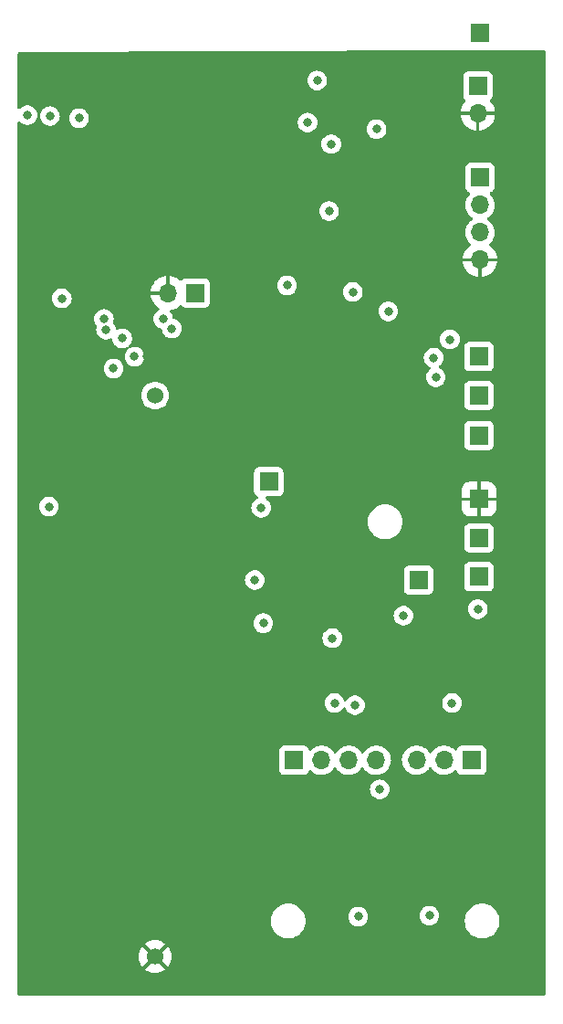
<source format=gbr>
%TF.GenerationSoftware,KiCad,Pcbnew,6.0.0-d3dd2cf0fa~116~ubuntu20.04.1*%
%TF.CreationDate,2022-02-22T07:52:51+01:00*%
%TF.ProjectId,ESP32_BAT,45535033-325f-4424-9154-2e6b69636164,rev?*%
%TF.SameCoordinates,Original*%
%TF.FileFunction,Copper,L4,Bot*%
%TF.FilePolarity,Positive*%
%FSLAX46Y46*%
G04 Gerber Fmt 4.6, Leading zero omitted, Abs format (unit mm)*
G04 Created by KiCad (PCBNEW 6.0.0-d3dd2cf0fa~116~ubuntu20.04.1) date 2022-02-22 07:52:51*
%MOMM*%
%LPD*%
G01*
G04 APERTURE LIST*
%TA.AperFunction,ComponentPad*%
%ADD10R,1.700000X1.700000*%
%TD*%
%TA.AperFunction,ComponentPad*%
%ADD11O,1.700000X1.700000*%
%TD*%
%TA.AperFunction,ComponentPad*%
%ADD12C,1.524000*%
%TD*%
%TA.AperFunction,ViaPad*%
%ADD13C,0.800000*%
%TD*%
G04 APERTURE END LIST*
D10*
%TO.P,J4,1,Pin_1*%
%TO.N,/ESP32_SOLO/IO0*%
X59975000Y-61400000D03*
D11*
%TO.P,J4,2,Pin_2*%
%TO.N,GND*%
X57435000Y-61400000D03*
%TD*%
D10*
%TO.P,TP1,1,1*%
%TO.N,SENSOR_ON*%
X66800000Y-78900000D03*
%TD*%
%TO.P,TP4,1,1*%
%TO.N,/ESP32_SOLO/ENABLE*%
X86400000Y-37300000D03*
%TD*%
%TO.P,TP3,1,1*%
%TO.N,SDA*%
X86300000Y-87700000D03*
%TD*%
%TO.P,TP7,1,1*%
%TO.N,/ESP32_SOLO/TXD0*%
X86300000Y-74600000D03*
%TD*%
%TO.P,J3,1,Pin_1*%
%TO.N,/sensor/sensor_gnd*%
X85600000Y-104700000D03*
D11*
%TO.P,J3,2,Pin_2*%
%TO.N,Net-(J3-Pad2)*%
X83060000Y-104700000D03*
%TO.P,J3,3,Pin_3*%
%TO.N,+3V3*%
X80520000Y-104700000D03*
%TD*%
D10*
%TO.P,TP12,1,1*%
%TO.N,ADC_SNS_IN*%
X80700000Y-88000000D03*
%TD*%
D12*
%TO.P,BT1,1,+*%
%TO.N,+BATT*%
X56254000Y-70900000D03*
%TO.P,BT1,2,-*%
%TO.N,GND*%
X56254000Y-122900000D03*
%TD*%
D10*
%TO.P,J1,1,Pin_1*%
%TO.N,+5V*%
X86400000Y-50700000D03*
D11*
%TO.P,J1,2,Pin_2*%
%TO.N,Net-(J1-Pad2)*%
X86400000Y-53240000D03*
%TO.P,J1,3,Pin_3*%
%TO.N,Net-(J1-Pad3)*%
X86400000Y-55780000D03*
%TO.P,J1,4,Pin_4*%
%TO.N,GND*%
X86400000Y-58320000D03*
%TD*%
D10*
%TO.P,TP6,1,1*%
%TO.N,/ESP32_SOLO/RXD0*%
X86300000Y-70900000D03*
%TD*%
%TO.P,TP5,1,1*%
%TO.N,Net-(C4-Pad1)*%
X86300000Y-67300000D03*
%TD*%
%TO.P,TP13,1,1*%
%TO.N,GND*%
X86300000Y-80500000D03*
%TD*%
%TO.P,TP2,1,1*%
%TO.N,CLK*%
X86300000Y-84100000D03*
%TD*%
%TO.P,J2,1,Pin_1*%
%TO.N,/ESP32_SOLO/ENABLE*%
X86200000Y-42200000D03*
D11*
%TO.P,J2,2,Pin_2*%
%TO.N,GND*%
X86200000Y-44740000D03*
%TD*%
D10*
%TO.P,U3,1,VDD*%
%TO.N,+3V3*%
X69160000Y-104700000D03*
D11*
%TO.P,U3,2,SDA*%
%TO.N,SDA*%
X71700000Y-104700000D03*
%TO.P,U3,3,GND*%
%TO.N,/sensor/sensor_gnd*%
X74240000Y-104700000D03*
%TO.P,U3,4,SCL*%
%TO.N,CLK*%
X76780000Y-104700000D03*
%TD*%
D13*
%TO.N,+3V3*%
X68500000Y-60700000D03*
%TO.N,GND*%
X71400000Y-40400000D03*
X54000000Y-60900000D03*
%TO.N,/ESP32_SOLO/RXD0*%
X70400000Y-45600000D03*
X72600000Y-47600000D03*
%TO.N,Net-(C4-Pad1)*%
X51700688Y-64800688D03*
%TO.N,ADC_SNS_IN*%
X51500000Y-63800000D03*
%TO.N,Net-(C4-Pad1)*%
X57800000Y-64700000D03*
%TO.N,ADC_SNS_IN*%
X57000000Y-63800000D03*
%TO.N,/ESP32_SOLO/ENABLE*%
X71300000Y-41700000D03*
X49200000Y-45200000D03*
%TO.N,+BATT*%
X52400000Y-68400000D03*
%TO.N,GND*%
X60000000Y-49500000D03*
X65800000Y-97300000D03*
X86300000Y-92700000D03*
X81300000Y-73700000D03*
X73400000Y-57700000D03*
X71100000Y-57700000D03*
X58700000Y-48100000D03*
X76800000Y-60200000D03*
X57400000Y-49500000D03*
X79500000Y-73800000D03*
X55500000Y-67300000D03*
X76800000Y-48300000D03*
X44000000Y-40200000D03*
X73600000Y-69600000D03*
X58700000Y-49500000D03*
X57400000Y-48100000D03*
X72300000Y-75200000D03*
X57400000Y-46700000D03*
X60000000Y-46700000D03*
X68100000Y-95700000D03*
X60000000Y-48100000D03*
X73800000Y-46300000D03*
X65800000Y-74400000D03*
X68300000Y-84900000D03*
X75300000Y-46200000D03*
X58700000Y-46700000D03*
X69900000Y-75400000D03*
%TO.N,+3V3*%
X66300000Y-92000000D03*
X75100000Y-119200000D03*
X79300000Y-91300000D03*
X76800000Y-46200000D03*
X44400000Y-44900000D03*
X65500000Y-88000000D03*
X82300000Y-69200000D03*
X81700000Y-119100000D03*
X46500000Y-45000000D03*
X82100000Y-67400000D03*
%TO.N,Net-(C4-Pad1)*%
X77900000Y-63100000D03*
%TO.N,+5V*%
X46400000Y-81200000D03*
%TO.N,/sensor/sensor_gnd*%
X72900000Y-99400000D03*
X83800000Y-99400000D03*
X77100000Y-107400000D03*
X74800000Y-99600000D03*
%TO.N,/ESP32_SOLO/TXD0*%
X72400000Y-53800000D03*
%TO.N,SDA*%
X72700000Y-93400000D03*
X86200000Y-90700000D03*
%TO.N,CLK*%
X54349500Y-67300000D03*
X53200000Y-65600000D03*
%TO.N,SENSOR_ON*%
X66100000Y-81300000D03*
X47600000Y-61900000D03*
%TO.N,ADC_SNS_IN*%
X83600000Y-65700000D03*
X74600000Y-61300000D03*
%TD*%
%TA.AperFunction,Conductor*%
%TO.N,GND*%
G36*
X92434121Y-38920002D02*
G01*
X92480614Y-38973658D01*
X92492000Y-39026000D01*
X92492000Y-126366000D01*
X92471998Y-126434121D01*
X92418342Y-126480614D01*
X92366000Y-126492000D01*
X43634000Y-126492000D01*
X43565879Y-126471998D01*
X43519386Y-126418342D01*
X43508000Y-126366000D01*
X43508000Y-124074068D01*
X55303866Y-124074068D01*
X55310654Y-124083769D01*
X55358281Y-124124447D01*
X55366274Y-124130254D01*
X55560856Y-124249495D01*
X55569651Y-124253977D01*
X55780500Y-124341313D01*
X55789886Y-124344362D01*
X56011801Y-124397640D01*
X56021548Y-124399183D01*
X56249070Y-124417090D01*
X56258930Y-124417090D01*
X56486452Y-124399183D01*
X56496199Y-124397640D01*
X56718114Y-124344362D01*
X56727500Y-124341313D01*
X56938349Y-124253977D01*
X56947144Y-124249495D01*
X57141726Y-124130254D01*
X57149719Y-124124447D01*
X57195778Y-124085109D01*
X57204208Y-124072196D01*
X57198200Y-124061989D01*
X56266812Y-123130601D01*
X56252868Y-123122987D01*
X56251035Y-123123118D01*
X56244420Y-123127369D01*
X55311258Y-124060531D01*
X55303866Y-124074068D01*
X43508000Y-124074068D01*
X43508000Y-122904930D01*
X54736910Y-122904930D01*
X54754817Y-123132452D01*
X54756360Y-123142199D01*
X54809638Y-123364114D01*
X54812687Y-123373500D01*
X54900023Y-123584349D01*
X54904505Y-123593144D01*
X55023746Y-123787726D01*
X55029553Y-123795719D01*
X55068891Y-123841778D01*
X55081804Y-123850208D01*
X55092011Y-123844200D01*
X56023399Y-122912812D01*
X56029777Y-122901132D01*
X56476987Y-122901132D01*
X56477118Y-122902965D01*
X56481369Y-122909580D01*
X57414531Y-123842742D01*
X57428068Y-123850134D01*
X57437769Y-123843346D01*
X57478447Y-123795719D01*
X57484254Y-123787726D01*
X57603495Y-123593144D01*
X57607977Y-123584349D01*
X57695313Y-123373500D01*
X57698362Y-123364114D01*
X57751640Y-123142199D01*
X57753183Y-123132452D01*
X57771090Y-122904930D01*
X57771090Y-122895070D01*
X57753183Y-122667548D01*
X57751640Y-122657801D01*
X57698362Y-122435886D01*
X57695313Y-122426500D01*
X57607977Y-122215651D01*
X57603495Y-122206856D01*
X57484254Y-122012274D01*
X57478447Y-122004281D01*
X57439109Y-121958222D01*
X57426196Y-121949792D01*
X57415989Y-121955800D01*
X56484601Y-122887188D01*
X56476987Y-122901132D01*
X56029777Y-122901132D01*
X56031013Y-122898868D01*
X56030882Y-122897035D01*
X56026631Y-122890420D01*
X55093469Y-121957258D01*
X55079932Y-121949866D01*
X55070231Y-121956654D01*
X55029553Y-122004281D01*
X55023746Y-122012274D01*
X54904505Y-122206856D01*
X54900023Y-122215651D01*
X54812687Y-122426500D01*
X54809638Y-122435886D01*
X54756360Y-122657801D01*
X54754817Y-122667548D01*
X54736910Y-122895070D01*
X54736910Y-122904930D01*
X43508000Y-122904930D01*
X43508000Y-121727804D01*
X55303792Y-121727804D01*
X55309800Y-121738011D01*
X56241188Y-122669399D01*
X56255132Y-122677013D01*
X56256965Y-122676882D01*
X56263580Y-122672631D01*
X57196742Y-121739469D01*
X57204134Y-121725932D01*
X57197346Y-121716231D01*
X57149719Y-121675553D01*
X57141726Y-121669746D01*
X56947144Y-121550505D01*
X56938349Y-121546023D01*
X56727500Y-121458687D01*
X56718114Y-121455638D01*
X56496199Y-121402360D01*
X56486452Y-121400817D01*
X56258930Y-121382910D01*
X56249070Y-121382910D01*
X56021548Y-121400817D01*
X56011801Y-121402360D01*
X55789886Y-121455638D01*
X55780500Y-121458687D01*
X55569651Y-121546023D01*
X55560856Y-121550505D01*
X55366274Y-121669746D01*
X55358281Y-121675553D01*
X55312222Y-121714891D01*
X55303792Y-121727804D01*
X43508000Y-121727804D01*
X43508000Y-119600000D01*
X66986526Y-119600000D01*
X67006391Y-119852403D01*
X67007545Y-119857210D01*
X67007546Y-119857216D01*
X67039693Y-119991118D01*
X67065495Y-120098591D01*
X67162384Y-120332502D01*
X67294672Y-120548376D01*
X67459102Y-120740898D01*
X67651624Y-120905328D01*
X67867498Y-121037616D01*
X67872068Y-121039509D01*
X67872072Y-121039511D01*
X68096836Y-121132611D01*
X68101409Y-121134505D01*
X68186032Y-121154821D01*
X68342784Y-121192454D01*
X68342790Y-121192455D01*
X68347597Y-121193609D01*
X68447416Y-121201465D01*
X68534345Y-121208307D01*
X68534352Y-121208307D01*
X68536801Y-121208500D01*
X68663199Y-121208500D01*
X68665648Y-121208307D01*
X68665655Y-121208307D01*
X68752584Y-121201465D01*
X68852403Y-121193609D01*
X68857210Y-121192455D01*
X68857216Y-121192454D01*
X69013968Y-121154821D01*
X69098591Y-121134505D01*
X69103164Y-121132611D01*
X69327928Y-121039511D01*
X69327932Y-121039509D01*
X69332502Y-121037616D01*
X69548376Y-120905328D01*
X69740898Y-120740898D01*
X69905328Y-120548376D01*
X70037616Y-120332502D01*
X70134505Y-120098591D01*
X70160307Y-119991118D01*
X70192454Y-119857216D01*
X70192455Y-119857210D01*
X70193609Y-119852403D01*
X70213474Y-119600000D01*
X70193609Y-119347597D01*
X70181272Y-119296206D01*
X70158175Y-119200000D01*
X74186496Y-119200000D01*
X74187186Y-119206565D01*
X74196608Y-119296206D01*
X74206458Y-119389928D01*
X74265473Y-119571556D01*
X74268776Y-119577278D01*
X74268777Y-119577279D01*
X74299924Y-119631226D01*
X74360960Y-119736944D01*
X74488747Y-119878866D01*
X74643248Y-119991118D01*
X74649276Y-119993802D01*
X74649278Y-119993803D01*
X74811681Y-120066109D01*
X74817712Y-120068794D01*
X74911112Y-120088647D01*
X74998056Y-120107128D01*
X74998061Y-120107128D01*
X75004513Y-120108500D01*
X75195487Y-120108500D01*
X75201939Y-120107128D01*
X75201944Y-120107128D01*
X75288888Y-120088647D01*
X75382288Y-120068794D01*
X75388319Y-120066109D01*
X75550722Y-119993803D01*
X75550724Y-119993802D01*
X75556752Y-119991118D01*
X75711253Y-119878866D01*
X75839040Y-119736944D01*
X75900076Y-119631226D01*
X75931223Y-119577279D01*
X75931224Y-119577278D01*
X75934527Y-119571556D01*
X75993542Y-119389928D01*
X76003393Y-119296206D01*
X76012814Y-119206565D01*
X76013504Y-119200000D01*
X76002994Y-119100000D01*
X80786496Y-119100000D01*
X80806458Y-119289928D01*
X80865473Y-119471556D01*
X80960960Y-119636944D01*
X81088747Y-119778866D01*
X81183171Y-119847469D01*
X81226385Y-119878866D01*
X81243248Y-119891118D01*
X81249276Y-119893802D01*
X81249278Y-119893803D01*
X81411681Y-119966109D01*
X81417712Y-119968794D01*
X81504479Y-119987237D01*
X81598056Y-120007128D01*
X81598061Y-120007128D01*
X81604513Y-120008500D01*
X81795487Y-120008500D01*
X81801939Y-120007128D01*
X81801944Y-120007128D01*
X81895521Y-119987237D01*
X81982288Y-119968794D01*
X81988319Y-119966109D01*
X82150722Y-119893803D01*
X82150724Y-119893802D01*
X82156752Y-119891118D01*
X82173616Y-119878866D01*
X82216829Y-119847469D01*
X82311253Y-119778866D01*
X82439040Y-119636944D01*
X82460370Y-119600000D01*
X84986526Y-119600000D01*
X85006391Y-119852403D01*
X85007545Y-119857210D01*
X85007546Y-119857216D01*
X85039693Y-119991118D01*
X85065495Y-120098591D01*
X85162384Y-120332502D01*
X85294672Y-120548376D01*
X85459102Y-120740898D01*
X85651624Y-120905328D01*
X85867498Y-121037616D01*
X85872068Y-121039509D01*
X85872072Y-121039511D01*
X86096836Y-121132611D01*
X86101409Y-121134505D01*
X86186032Y-121154821D01*
X86342784Y-121192454D01*
X86342790Y-121192455D01*
X86347597Y-121193609D01*
X86447416Y-121201465D01*
X86534345Y-121208307D01*
X86534352Y-121208307D01*
X86536801Y-121208500D01*
X86663199Y-121208500D01*
X86665648Y-121208307D01*
X86665655Y-121208307D01*
X86752584Y-121201465D01*
X86852403Y-121193609D01*
X86857210Y-121192455D01*
X86857216Y-121192454D01*
X87013968Y-121154821D01*
X87098591Y-121134505D01*
X87103164Y-121132611D01*
X87327928Y-121039511D01*
X87327932Y-121039509D01*
X87332502Y-121037616D01*
X87548376Y-120905328D01*
X87740898Y-120740898D01*
X87905328Y-120548376D01*
X88037616Y-120332502D01*
X88134505Y-120098591D01*
X88160307Y-119991118D01*
X88192454Y-119857216D01*
X88192455Y-119857210D01*
X88193609Y-119852403D01*
X88213474Y-119600000D01*
X88193609Y-119347597D01*
X88181272Y-119296206D01*
X88135660Y-119106221D01*
X88134505Y-119101409D01*
X88131202Y-119093435D01*
X88039511Y-118872072D01*
X88039509Y-118872068D01*
X88037616Y-118867498D01*
X87905328Y-118651624D01*
X87740898Y-118459102D01*
X87548376Y-118294672D01*
X87332502Y-118162384D01*
X87327932Y-118160491D01*
X87327928Y-118160489D01*
X87103164Y-118067389D01*
X87103162Y-118067388D01*
X87098591Y-118065495D01*
X87013968Y-118045179D01*
X86857216Y-118007546D01*
X86857210Y-118007545D01*
X86852403Y-118006391D01*
X86752584Y-117998535D01*
X86665655Y-117991693D01*
X86665648Y-117991693D01*
X86663199Y-117991500D01*
X86536801Y-117991500D01*
X86534352Y-117991693D01*
X86534345Y-117991693D01*
X86447416Y-117998535D01*
X86347597Y-118006391D01*
X86342790Y-118007545D01*
X86342784Y-118007546D01*
X86186032Y-118045179D01*
X86101409Y-118065495D01*
X86096838Y-118067388D01*
X86096836Y-118067389D01*
X85872072Y-118160489D01*
X85872068Y-118160491D01*
X85867498Y-118162384D01*
X85651624Y-118294672D01*
X85459102Y-118459102D01*
X85294672Y-118651624D01*
X85162384Y-118867498D01*
X85160491Y-118872068D01*
X85160489Y-118872072D01*
X85068798Y-119093435D01*
X85065495Y-119101409D01*
X85064340Y-119106221D01*
X85018729Y-119296206D01*
X85006391Y-119347597D01*
X84986526Y-119600000D01*
X82460370Y-119600000D01*
X82534527Y-119471556D01*
X82593542Y-119289928D01*
X82613504Y-119100000D01*
X82604052Y-119010072D01*
X82594232Y-118916635D01*
X82594232Y-118916633D01*
X82593542Y-118910072D01*
X82534527Y-118728444D01*
X82439040Y-118563056D01*
X82348822Y-118462858D01*
X82315675Y-118426045D01*
X82315674Y-118426044D01*
X82311253Y-118421134D01*
X82156752Y-118308882D01*
X82150724Y-118306198D01*
X82150722Y-118306197D01*
X81988319Y-118233891D01*
X81988318Y-118233891D01*
X81982288Y-118231206D01*
X81888888Y-118211353D01*
X81801944Y-118192872D01*
X81801939Y-118192872D01*
X81795487Y-118191500D01*
X81604513Y-118191500D01*
X81598061Y-118192872D01*
X81598056Y-118192872D01*
X81511112Y-118211353D01*
X81417712Y-118231206D01*
X81411682Y-118233891D01*
X81411681Y-118233891D01*
X81249278Y-118306197D01*
X81249276Y-118306198D01*
X81243248Y-118308882D01*
X81088747Y-118421134D01*
X81084326Y-118426044D01*
X81084325Y-118426045D01*
X81051179Y-118462858D01*
X80960960Y-118563056D01*
X80865473Y-118728444D01*
X80806458Y-118910072D01*
X80805768Y-118916633D01*
X80805768Y-118916635D01*
X80795948Y-119010072D01*
X80786496Y-119100000D01*
X76002994Y-119100000D01*
X75993542Y-119010072D01*
X75934527Y-118828444D01*
X75839040Y-118663056D01*
X75711253Y-118521134D01*
X75580375Y-118426045D01*
X75562094Y-118412763D01*
X75562093Y-118412762D01*
X75556752Y-118408882D01*
X75550724Y-118406198D01*
X75550722Y-118406197D01*
X75388319Y-118333891D01*
X75388318Y-118333891D01*
X75382288Y-118331206D01*
X75288888Y-118311353D01*
X75201944Y-118292872D01*
X75201939Y-118292872D01*
X75195487Y-118291500D01*
X75004513Y-118291500D01*
X74998061Y-118292872D01*
X74998056Y-118292872D01*
X74911112Y-118311353D01*
X74817712Y-118331206D01*
X74811682Y-118333891D01*
X74811681Y-118333891D01*
X74649278Y-118406197D01*
X74649276Y-118406198D01*
X74643248Y-118408882D01*
X74637907Y-118412762D01*
X74637906Y-118412763D01*
X74619625Y-118426045D01*
X74488747Y-118521134D01*
X74360960Y-118663056D01*
X74265473Y-118828444D01*
X74206458Y-119010072D01*
X74186496Y-119200000D01*
X70158175Y-119200000D01*
X70135660Y-119106221D01*
X70134505Y-119101409D01*
X70131202Y-119093435D01*
X70039511Y-118872072D01*
X70039509Y-118872068D01*
X70037616Y-118867498D01*
X69905328Y-118651624D01*
X69740898Y-118459102D01*
X69548376Y-118294672D01*
X69332502Y-118162384D01*
X69327932Y-118160491D01*
X69327928Y-118160489D01*
X69103164Y-118067389D01*
X69103162Y-118067388D01*
X69098591Y-118065495D01*
X69013968Y-118045179D01*
X68857216Y-118007546D01*
X68857210Y-118007545D01*
X68852403Y-118006391D01*
X68752584Y-117998535D01*
X68665655Y-117991693D01*
X68665648Y-117991693D01*
X68663199Y-117991500D01*
X68536801Y-117991500D01*
X68534352Y-117991693D01*
X68534345Y-117991693D01*
X68447416Y-117998535D01*
X68347597Y-118006391D01*
X68342790Y-118007545D01*
X68342784Y-118007546D01*
X68186032Y-118045179D01*
X68101409Y-118065495D01*
X68096838Y-118067388D01*
X68096836Y-118067389D01*
X67872072Y-118160489D01*
X67872068Y-118160491D01*
X67867498Y-118162384D01*
X67651624Y-118294672D01*
X67459102Y-118459102D01*
X67294672Y-118651624D01*
X67162384Y-118867498D01*
X67160491Y-118872068D01*
X67160489Y-118872072D01*
X67068798Y-119093435D01*
X67065495Y-119101409D01*
X67064340Y-119106221D01*
X67018729Y-119296206D01*
X67006391Y-119347597D01*
X66986526Y-119600000D01*
X43508000Y-119600000D01*
X43508000Y-107400000D01*
X76186496Y-107400000D01*
X76206458Y-107589928D01*
X76265473Y-107771556D01*
X76360960Y-107936944D01*
X76488747Y-108078866D01*
X76643248Y-108191118D01*
X76649276Y-108193802D01*
X76649278Y-108193803D01*
X76811681Y-108266109D01*
X76817712Y-108268794D01*
X76911112Y-108288647D01*
X76998056Y-108307128D01*
X76998061Y-108307128D01*
X77004513Y-108308500D01*
X77195487Y-108308500D01*
X77201939Y-108307128D01*
X77201944Y-108307128D01*
X77288888Y-108288647D01*
X77382288Y-108268794D01*
X77388319Y-108266109D01*
X77550722Y-108193803D01*
X77550724Y-108193802D01*
X77556752Y-108191118D01*
X77711253Y-108078866D01*
X77839040Y-107936944D01*
X77934527Y-107771556D01*
X77993542Y-107589928D01*
X78013504Y-107400000D01*
X77993542Y-107210072D01*
X77934527Y-107028444D01*
X77839040Y-106863056D01*
X77711253Y-106721134D01*
X77556752Y-106608882D01*
X77550724Y-106606198D01*
X77550722Y-106606197D01*
X77388319Y-106533891D01*
X77388318Y-106533891D01*
X77382288Y-106531206D01*
X77288887Y-106511353D01*
X77201944Y-106492872D01*
X77201939Y-106492872D01*
X77195487Y-106491500D01*
X77004513Y-106491500D01*
X76998061Y-106492872D01*
X76998056Y-106492872D01*
X76911113Y-106511353D01*
X76817712Y-106531206D01*
X76811682Y-106533891D01*
X76811681Y-106533891D01*
X76649278Y-106606197D01*
X76649276Y-106606198D01*
X76643248Y-106608882D01*
X76488747Y-106721134D01*
X76360960Y-106863056D01*
X76265473Y-107028444D01*
X76206458Y-107210072D01*
X76186496Y-107400000D01*
X43508000Y-107400000D01*
X43508000Y-105598134D01*
X67801500Y-105598134D01*
X67808255Y-105660316D01*
X67859385Y-105796705D01*
X67946739Y-105913261D01*
X68063295Y-106000615D01*
X68199684Y-106051745D01*
X68261866Y-106058500D01*
X70058134Y-106058500D01*
X70120316Y-106051745D01*
X70256705Y-106000615D01*
X70373261Y-105913261D01*
X70460615Y-105796705D01*
X70482799Y-105737529D01*
X70504598Y-105679382D01*
X70547240Y-105622618D01*
X70613802Y-105597918D01*
X70683150Y-105613126D01*
X70717817Y-105641114D01*
X70746250Y-105673938D01*
X70918126Y-105816632D01*
X71111000Y-105929338D01*
X71319692Y-106009030D01*
X71324760Y-106010061D01*
X71324763Y-106010062D01*
X71432017Y-106031883D01*
X71538597Y-106053567D01*
X71543772Y-106053757D01*
X71543774Y-106053757D01*
X71756673Y-106061564D01*
X71756677Y-106061564D01*
X71761837Y-106061753D01*
X71766957Y-106061097D01*
X71766959Y-106061097D01*
X71978288Y-106034025D01*
X71978289Y-106034025D01*
X71983416Y-106033368D01*
X71988366Y-106031883D01*
X72192429Y-105970661D01*
X72192434Y-105970659D01*
X72197384Y-105969174D01*
X72397994Y-105870896D01*
X72579860Y-105741173D01*
X72738096Y-105583489D01*
X72797594Y-105500689D01*
X72868453Y-105402077D01*
X72869776Y-105403028D01*
X72916645Y-105359857D01*
X72986580Y-105347625D01*
X73052026Y-105375144D01*
X73079875Y-105406994D01*
X73139987Y-105505088D01*
X73286250Y-105673938D01*
X73458126Y-105816632D01*
X73651000Y-105929338D01*
X73859692Y-106009030D01*
X73864760Y-106010061D01*
X73864763Y-106010062D01*
X73972017Y-106031883D01*
X74078597Y-106053567D01*
X74083772Y-106053757D01*
X74083774Y-106053757D01*
X74296673Y-106061564D01*
X74296677Y-106061564D01*
X74301837Y-106061753D01*
X74306957Y-106061097D01*
X74306959Y-106061097D01*
X74518288Y-106034025D01*
X74518289Y-106034025D01*
X74523416Y-106033368D01*
X74528366Y-106031883D01*
X74732429Y-105970661D01*
X74732434Y-105970659D01*
X74737384Y-105969174D01*
X74937994Y-105870896D01*
X75119860Y-105741173D01*
X75278096Y-105583489D01*
X75337594Y-105500689D01*
X75408453Y-105402077D01*
X75409776Y-105403028D01*
X75456645Y-105359857D01*
X75526580Y-105347625D01*
X75592026Y-105375144D01*
X75619875Y-105406994D01*
X75679987Y-105505088D01*
X75826250Y-105673938D01*
X75998126Y-105816632D01*
X76191000Y-105929338D01*
X76399692Y-106009030D01*
X76404760Y-106010061D01*
X76404763Y-106010062D01*
X76512017Y-106031883D01*
X76618597Y-106053567D01*
X76623772Y-106053757D01*
X76623774Y-106053757D01*
X76836673Y-106061564D01*
X76836677Y-106061564D01*
X76841837Y-106061753D01*
X76846957Y-106061097D01*
X76846959Y-106061097D01*
X77058288Y-106034025D01*
X77058289Y-106034025D01*
X77063416Y-106033368D01*
X77068366Y-106031883D01*
X77272429Y-105970661D01*
X77272434Y-105970659D01*
X77277384Y-105969174D01*
X77477994Y-105870896D01*
X77659860Y-105741173D01*
X77818096Y-105583489D01*
X77877594Y-105500689D01*
X77945435Y-105406277D01*
X77948453Y-105402077D01*
X77969320Y-105359857D01*
X78045136Y-105206453D01*
X78045137Y-105206451D01*
X78047430Y-105201811D01*
X78112370Y-104988069D01*
X78141529Y-104766590D01*
X78143156Y-104700000D01*
X78140418Y-104666695D01*
X79157251Y-104666695D01*
X79157548Y-104671848D01*
X79157548Y-104671851D01*
X79163011Y-104766590D01*
X79170110Y-104889715D01*
X79171247Y-104894761D01*
X79171248Y-104894767D01*
X79191119Y-104982939D01*
X79219222Y-105107639D01*
X79303266Y-105314616D01*
X79340685Y-105375678D01*
X79417291Y-105500688D01*
X79419987Y-105505088D01*
X79566250Y-105673938D01*
X79738126Y-105816632D01*
X79931000Y-105929338D01*
X80139692Y-106009030D01*
X80144760Y-106010061D01*
X80144763Y-106010062D01*
X80252017Y-106031883D01*
X80358597Y-106053567D01*
X80363772Y-106053757D01*
X80363774Y-106053757D01*
X80576673Y-106061564D01*
X80576677Y-106061564D01*
X80581837Y-106061753D01*
X80586957Y-106061097D01*
X80586959Y-106061097D01*
X80798288Y-106034025D01*
X80798289Y-106034025D01*
X80803416Y-106033368D01*
X80808366Y-106031883D01*
X81012429Y-105970661D01*
X81012434Y-105970659D01*
X81017384Y-105969174D01*
X81217994Y-105870896D01*
X81399860Y-105741173D01*
X81558096Y-105583489D01*
X81617594Y-105500689D01*
X81688453Y-105402077D01*
X81689776Y-105403028D01*
X81736645Y-105359857D01*
X81806580Y-105347625D01*
X81872026Y-105375144D01*
X81899875Y-105406994D01*
X81959987Y-105505088D01*
X82106250Y-105673938D01*
X82278126Y-105816632D01*
X82471000Y-105929338D01*
X82679692Y-106009030D01*
X82684760Y-106010061D01*
X82684763Y-106010062D01*
X82792017Y-106031883D01*
X82898597Y-106053567D01*
X82903772Y-106053757D01*
X82903774Y-106053757D01*
X83116673Y-106061564D01*
X83116677Y-106061564D01*
X83121837Y-106061753D01*
X83126957Y-106061097D01*
X83126959Y-106061097D01*
X83338288Y-106034025D01*
X83338289Y-106034025D01*
X83343416Y-106033368D01*
X83348366Y-106031883D01*
X83552429Y-105970661D01*
X83552434Y-105970659D01*
X83557384Y-105969174D01*
X83757994Y-105870896D01*
X83939860Y-105741173D01*
X84048091Y-105633319D01*
X84110462Y-105599404D01*
X84181268Y-105604592D01*
X84238030Y-105647238D01*
X84255012Y-105678341D01*
X84277201Y-105737529D01*
X84299385Y-105796705D01*
X84386739Y-105913261D01*
X84503295Y-106000615D01*
X84639684Y-106051745D01*
X84701866Y-106058500D01*
X86498134Y-106058500D01*
X86560316Y-106051745D01*
X86696705Y-106000615D01*
X86813261Y-105913261D01*
X86900615Y-105796705D01*
X86951745Y-105660316D01*
X86958500Y-105598134D01*
X86958500Y-103801866D01*
X86951745Y-103739684D01*
X86900615Y-103603295D01*
X86813261Y-103486739D01*
X86696705Y-103399385D01*
X86560316Y-103348255D01*
X86498134Y-103341500D01*
X84701866Y-103341500D01*
X84639684Y-103348255D01*
X84503295Y-103399385D01*
X84386739Y-103486739D01*
X84299385Y-103603295D01*
X84296233Y-103611703D01*
X84254919Y-103721907D01*
X84212277Y-103778671D01*
X84145716Y-103803371D01*
X84076367Y-103788163D01*
X84043743Y-103762476D01*
X83993151Y-103706875D01*
X83993142Y-103706866D01*
X83989670Y-103703051D01*
X83985619Y-103699852D01*
X83985615Y-103699848D01*
X83818414Y-103567800D01*
X83818410Y-103567798D01*
X83814359Y-103564598D01*
X83618789Y-103456638D01*
X83613920Y-103454914D01*
X83613916Y-103454912D01*
X83413087Y-103383795D01*
X83413083Y-103383794D01*
X83408212Y-103382069D01*
X83403119Y-103381162D01*
X83403116Y-103381161D01*
X83193373Y-103343800D01*
X83193367Y-103343799D01*
X83188284Y-103342894D01*
X83114452Y-103341992D01*
X82970081Y-103340228D01*
X82970079Y-103340228D01*
X82964911Y-103340165D01*
X82744091Y-103373955D01*
X82531756Y-103443357D01*
X82333607Y-103546507D01*
X82329474Y-103549610D01*
X82329471Y-103549612D01*
X82159100Y-103677530D01*
X82154965Y-103680635D01*
X82115525Y-103721907D01*
X82043729Y-103797037D01*
X82000629Y-103842138D01*
X81893201Y-103999621D01*
X81838293Y-104044621D01*
X81767768Y-104052792D01*
X81704021Y-104021538D01*
X81683324Y-103997054D01*
X81602822Y-103872617D01*
X81602820Y-103872614D01*
X81600014Y-103868277D01*
X81449670Y-103703051D01*
X81445619Y-103699852D01*
X81445615Y-103699848D01*
X81278414Y-103567800D01*
X81278410Y-103567798D01*
X81274359Y-103564598D01*
X81078789Y-103456638D01*
X81073920Y-103454914D01*
X81073916Y-103454912D01*
X80873087Y-103383795D01*
X80873083Y-103383794D01*
X80868212Y-103382069D01*
X80863119Y-103381162D01*
X80863116Y-103381161D01*
X80653373Y-103343800D01*
X80653367Y-103343799D01*
X80648284Y-103342894D01*
X80574452Y-103341992D01*
X80430081Y-103340228D01*
X80430079Y-103340228D01*
X80424911Y-103340165D01*
X80204091Y-103373955D01*
X79991756Y-103443357D01*
X79793607Y-103546507D01*
X79789474Y-103549610D01*
X79789471Y-103549612D01*
X79619100Y-103677530D01*
X79614965Y-103680635D01*
X79575525Y-103721907D01*
X79503729Y-103797037D01*
X79460629Y-103842138D01*
X79334743Y-104026680D01*
X79240688Y-104229305D01*
X79180989Y-104444570D01*
X79157251Y-104666695D01*
X78140418Y-104666695D01*
X78124852Y-104477361D01*
X78070431Y-104260702D01*
X77981354Y-104055840D01*
X77860014Y-103868277D01*
X77709670Y-103703051D01*
X77705619Y-103699852D01*
X77705615Y-103699848D01*
X77538414Y-103567800D01*
X77538410Y-103567798D01*
X77534359Y-103564598D01*
X77338789Y-103456638D01*
X77333920Y-103454914D01*
X77333916Y-103454912D01*
X77133087Y-103383795D01*
X77133083Y-103383794D01*
X77128212Y-103382069D01*
X77123119Y-103381162D01*
X77123116Y-103381161D01*
X76913373Y-103343800D01*
X76913367Y-103343799D01*
X76908284Y-103342894D01*
X76834452Y-103341992D01*
X76690081Y-103340228D01*
X76690079Y-103340228D01*
X76684911Y-103340165D01*
X76464091Y-103373955D01*
X76251756Y-103443357D01*
X76053607Y-103546507D01*
X76049474Y-103549610D01*
X76049471Y-103549612D01*
X75879100Y-103677530D01*
X75874965Y-103680635D01*
X75835525Y-103721907D01*
X75763729Y-103797037D01*
X75720629Y-103842138D01*
X75613201Y-103999621D01*
X75558293Y-104044621D01*
X75487768Y-104052792D01*
X75424021Y-104021538D01*
X75403324Y-103997054D01*
X75322822Y-103872617D01*
X75322820Y-103872614D01*
X75320014Y-103868277D01*
X75169670Y-103703051D01*
X75165619Y-103699852D01*
X75165615Y-103699848D01*
X74998414Y-103567800D01*
X74998410Y-103567798D01*
X74994359Y-103564598D01*
X74798789Y-103456638D01*
X74793920Y-103454914D01*
X74793916Y-103454912D01*
X74593087Y-103383795D01*
X74593083Y-103383794D01*
X74588212Y-103382069D01*
X74583119Y-103381162D01*
X74583116Y-103381161D01*
X74373373Y-103343800D01*
X74373367Y-103343799D01*
X74368284Y-103342894D01*
X74294452Y-103341992D01*
X74150081Y-103340228D01*
X74150079Y-103340228D01*
X74144911Y-103340165D01*
X73924091Y-103373955D01*
X73711756Y-103443357D01*
X73513607Y-103546507D01*
X73509474Y-103549610D01*
X73509471Y-103549612D01*
X73339100Y-103677530D01*
X73334965Y-103680635D01*
X73295525Y-103721907D01*
X73223729Y-103797037D01*
X73180629Y-103842138D01*
X73073201Y-103999621D01*
X73018293Y-104044621D01*
X72947768Y-104052792D01*
X72884021Y-104021538D01*
X72863324Y-103997054D01*
X72782822Y-103872617D01*
X72782820Y-103872614D01*
X72780014Y-103868277D01*
X72629670Y-103703051D01*
X72625619Y-103699852D01*
X72625615Y-103699848D01*
X72458414Y-103567800D01*
X72458410Y-103567798D01*
X72454359Y-103564598D01*
X72258789Y-103456638D01*
X72253920Y-103454914D01*
X72253916Y-103454912D01*
X72053087Y-103383795D01*
X72053083Y-103383794D01*
X72048212Y-103382069D01*
X72043119Y-103381162D01*
X72043116Y-103381161D01*
X71833373Y-103343800D01*
X71833367Y-103343799D01*
X71828284Y-103342894D01*
X71754452Y-103341992D01*
X71610081Y-103340228D01*
X71610079Y-103340228D01*
X71604911Y-103340165D01*
X71384091Y-103373955D01*
X71171756Y-103443357D01*
X70973607Y-103546507D01*
X70969474Y-103549610D01*
X70969471Y-103549612D01*
X70799100Y-103677530D01*
X70794965Y-103680635D01*
X70738537Y-103739684D01*
X70714283Y-103765064D01*
X70652759Y-103800494D01*
X70581846Y-103797037D01*
X70524060Y-103755791D01*
X70505207Y-103722243D01*
X70463767Y-103611703D01*
X70460615Y-103603295D01*
X70373261Y-103486739D01*
X70256705Y-103399385D01*
X70120316Y-103348255D01*
X70058134Y-103341500D01*
X68261866Y-103341500D01*
X68199684Y-103348255D01*
X68063295Y-103399385D01*
X67946739Y-103486739D01*
X67859385Y-103603295D01*
X67808255Y-103739684D01*
X67801500Y-103801866D01*
X67801500Y-105598134D01*
X43508000Y-105598134D01*
X43508000Y-99400000D01*
X71986496Y-99400000D01*
X72006458Y-99589928D01*
X72065473Y-99771556D01*
X72160960Y-99936944D01*
X72288747Y-100078866D01*
X72443248Y-100191118D01*
X72449276Y-100193802D01*
X72449278Y-100193803D01*
X72611681Y-100266109D01*
X72617712Y-100268794D01*
X72683365Y-100282749D01*
X72798056Y-100307128D01*
X72798061Y-100307128D01*
X72804513Y-100308500D01*
X72995487Y-100308500D01*
X73001939Y-100307128D01*
X73001944Y-100307128D01*
X73116635Y-100282749D01*
X73182288Y-100268794D01*
X73188319Y-100266109D01*
X73350722Y-100193803D01*
X73350724Y-100193802D01*
X73356752Y-100191118D01*
X73511253Y-100078866D01*
X73639040Y-99936944D01*
X73642339Y-99931231D01*
X73642342Y-99931226D01*
X73699224Y-99832703D01*
X73750607Y-99783710D01*
X73820320Y-99770274D01*
X73886231Y-99796661D01*
X73928175Y-99856766D01*
X73965473Y-99971556D01*
X74060960Y-100136944D01*
X74065378Y-100141851D01*
X74065379Y-100141852D01*
X74179678Y-100268794D01*
X74188747Y-100278866D01*
X74343248Y-100391118D01*
X74349276Y-100393802D01*
X74349278Y-100393803D01*
X74511681Y-100466109D01*
X74517712Y-100468794D01*
X74611113Y-100488647D01*
X74698056Y-100507128D01*
X74698061Y-100507128D01*
X74704513Y-100508500D01*
X74895487Y-100508500D01*
X74901939Y-100507128D01*
X74901944Y-100507128D01*
X74988888Y-100488647D01*
X75082288Y-100468794D01*
X75088319Y-100466109D01*
X75250722Y-100393803D01*
X75250724Y-100393802D01*
X75256752Y-100391118D01*
X75411253Y-100278866D01*
X75420322Y-100268794D01*
X75534621Y-100141852D01*
X75534622Y-100141851D01*
X75539040Y-100136944D01*
X75634527Y-99971556D01*
X75693542Y-99789928D01*
X75694872Y-99777279D01*
X75712814Y-99606565D01*
X75713504Y-99600000D01*
X75693542Y-99410072D01*
X75690269Y-99400000D01*
X82886496Y-99400000D01*
X82906458Y-99589928D01*
X82965473Y-99771556D01*
X83060960Y-99936944D01*
X83188747Y-100078866D01*
X83343248Y-100191118D01*
X83349276Y-100193802D01*
X83349278Y-100193803D01*
X83511681Y-100266109D01*
X83517712Y-100268794D01*
X83583365Y-100282749D01*
X83698056Y-100307128D01*
X83698061Y-100307128D01*
X83704513Y-100308500D01*
X83895487Y-100308500D01*
X83901939Y-100307128D01*
X83901944Y-100307128D01*
X84016635Y-100282749D01*
X84082288Y-100268794D01*
X84088319Y-100266109D01*
X84250722Y-100193803D01*
X84250724Y-100193802D01*
X84256752Y-100191118D01*
X84411253Y-100078866D01*
X84539040Y-99936944D01*
X84634527Y-99771556D01*
X84693542Y-99589928D01*
X84713504Y-99400000D01*
X84695473Y-99228444D01*
X84694232Y-99216635D01*
X84694232Y-99216633D01*
X84693542Y-99210072D01*
X84634527Y-99028444D01*
X84539040Y-98863056D01*
X84422740Y-98733891D01*
X84415675Y-98726045D01*
X84415674Y-98726044D01*
X84411253Y-98721134D01*
X84256752Y-98608882D01*
X84250724Y-98606198D01*
X84250722Y-98606197D01*
X84088319Y-98533891D01*
X84088318Y-98533891D01*
X84082288Y-98531206D01*
X83988887Y-98511353D01*
X83901944Y-98492872D01*
X83901939Y-98492872D01*
X83895487Y-98491500D01*
X83704513Y-98491500D01*
X83698061Y-98492872D01*
X83698056Y-98492872D01*
X83611113Y-98511353D01*
X83517712Y-98531206D01*
X83511682Y-98533891D01*
X83511681Y-98533891D01*
X83349278Y-98606197D01*
X83349276Y-98606198D01*
X83343248Y-98608882D01*
X83188747Y-98721134D01*
X83184326Y-98726044D01*
X83184325Y-98726045D01*
X83177261Y-98733891D01*
X83060960Y-98863056D01*
X82965473Y-99028444D01*
X82906458Y-99210072D01*
X82905768Y-99216633D01*
X82905768Y-99216635D01*
X82904527Y-99228444D01*
X82886496Y-99400000D01*
X75690269Y-99400000D01*
X75634527Y-99228444D01*
X75539040Y-99063056D01*
X75411253Y-98921134D01*
X75256752Y-98808882D01*
X75250724Y-98806198D01*
X75250722Y-98806197D01*
X75088319Y-98733891D01*
X75088318Y-98733891D01*
X75082288Y-98731206D01*
X74988888Y-98711353D01*
X74901944Y-98692872D01*
X74901939Y-98692872D01*
X74895487Y-98691500D01*
X74704513Y-98691500D01*
X74698061Y-98692872D01*
X74698056Y-98692872D01*
X74611113Y-98711353D01*
X74517712Y-98731206D01*
X74511682Y-98733891D01*
X74511681Y-98733891D01*
X74349278Y-98806197D01*
X74349276Y-98806198D01*
X74343248Y-98808882D01*
X74188747Y-98921134D01*
X74060960Y-99063056D01*
X74057661Y-99068769D01*
X74057658Y-99068774D01*
X74000776Y-99167297D01*
X73949393Y-99216290D01*
X73879680Y-99229726D01*
X73813769Y-99203339D01*
X73771825Y-99143234D01*
X73734527Y-99028444D01*
X73639040Y-98863056D01*
X73522740Y-98733891D01*
X73515675Y-98726045D01*
X73515674Y-98726044D01*
X73511253Y-98721134D01*
X73356752Y-98608882D01*
X73350724Y-98606198D01*
X73350722Y-98606197D01*
X73188319Y-98533891D01*
X73188318Y-98533891D01*
X73182288Y-98531206D01*
X73088887Y-98511353D01*
X73001944Y-98492872D01*
X73001939Y-98492872D01*
X72995487Y-98491500D01*
X72804513Y-98491500D01*
X72798061Y-98492872D01*
X72798056Y-98492872D01*
X72711113Y-98511353D01*
X72617712Y-98531206D01*
X72611682Y-98533891D01*
X72611681Y-98533891D01*
X72449278Y-98606197D01*
X72449276Y-98606198D01*
X72443248Y-98608882D01*
X72288747Y-98721134D01*
X72284326Y-98726044D01*
X72284325Y-98726045D01*
X72277261Y-98733891D01*
X72160960Y-98863056D01*
X72065473Y-99028444D01*
X72006458Y-99210072D01*
X72005768Y-99216633D01*
X72005768Y-99216635D01*
X72004527Y-99228444D01*
X71986496Y-99400000D01*
X43508000Y-99400000D01*
X43508000Y-93400000D01*
X71786496Y-93400000D01*
X71806458Y-93589928D01*
X71865473Y-93771556D01*
X71960960Y-93936944D01*
X72088747Y-94078866D01*
X72243248Y-94191118D01*
X72249276Y-94193802D01*
X72249278Y-94193803D01*
X72411681Y-94266109D01*
X72417712Y-94268794D01*
X72511113Y-94288647D01*
X72598056Y-94307128D01*
X72598061Y-94307128D01*
X72604513Y-94308500D01*
X72795487Y-94308500D01*
X72801939Y-94307128D01*
X72801944Y-94307128D01*
X72888887Y-94288647D01*
X72982288Y-94268794D01*
X72988319Y-94266109D01*
X73150722Y-94193803D01*
X73150724Y-94193802D01*
X73156752Y-94191118D01*
X73311253Y-94078866D01*
X73439040Y-93936944D01*
X73534527Y-93771556D01*
X73593542Y-93589928D01*
X73613504Y-93400000D01*
X73593542Y-93210072D01*
X73534527Y-93028444D01*
X73439040Y-92863056D01*
X73376685Y-92793803D01*
X73315675Y-92726045D01*
X73315674Y-92726044D01*
X73311253Y-92721134D01*
X73156752Y-92608882D01*
X73150724Y-92606198D01*
X73150722Y-92606197D01*
X72988319Y-92533891D01*
X72988318Y-92533891D01*
X72982288Y-92531206D01*
X72888888Y-92511353D01*
X72801944Y-92492872D01*
X72801939Y-92492872D01*
X72795487Y-92491500D01*
X72604513Y-92491500D01*
X72598061Y-92492872D01*
X72598056Y-92492872D01*
X72511112Y-92511353D01*
X72417712Y-92531206D01*
X72411682Y-92533891D01*
X72411681Y-92533891D01*
X72249278Y-92606197D01*
X72249276Y-92606198D01*
X72243248Y-92608882D01*
X72088747Y-92721134D01*
X72084326Y-92726044D01*
X72084325Y-92726045D01*
X72023316Y-92793803D01*
X71960960Y-92863056D01*
X71865473Y-93028444D01*
X71806458Y-93210072D01*
X71786496Y-93400000D01*
X43508000Y-93400000D01*
X43508000Y-92000000D01*
X65386496Y-92000000D01*
X65387186Y-92006565D01*
X65403955Y-92166109D01*
X65406458Y-92189928D01*
X65465473Y-92371556D01*
X65560960Y-92536944D01*
X65565378Y-92541851D01*
X65565379Y-92541852D01*
X65625733Y-92608882D01*
X65688747Y-92678866D01*
X65843248Y-92791118D01*
X65849276Y-92793802D01*
X65849278Y-92793803D01*
X66004824Y-92863056D01*
X66017712Y-92868794D01*
X66111112Y-92888647D01*
X66198056Y-92907128D01*
X66198061Y-92907128D01*
X66204513Y-92908500D01*
X66395487Y-92908500D01*
X66401939Y-92907128D01*
X66401944Y-92907128D01*
X66488888Y-92888647D01*
X66582288Y-92868794D01*
X66595176Y-92863056D01*
X66750722Y-92793803D01*
X66750724Y-92793802D01*
X66756752Y-92791118D01*
X66911253Y-92678866D01*
X66974267Y-92608882D01*
X67034621Y-92541852D01*
X67034622Y-92541851D01*
X67039040Y-92536944D01*
X67134527Y-92371556D01*
X67193542Y-92189928D01*
X67196046Y-92166109D01*
X67212814Y-92006565D01*
X67213504Y-92000000D01*
X67196882Y-91841852D01*
X67194232Y-91816635D01*
X67194232Y-91816633D01*
X67193542Y-91810072D01*
X67134527Y-91628444D01*
X67039040Y-91463056D01*
X66911253Y-91321134D01*
X66882165Y-91300000D01*
X78386496Y-91300000D01*
X78387186Y-91306565D01*
X78404235Y-91468774D01*
X78406458Y-91489928D01*
X78465473Y-91671556D01*
X78560960Y-91836944D01*
X78688747Y-91978866D01*
X78843248Y-92091118D01*
X78849276Y-92093802D01*
X78849278Y-92093803D01*
X79011681Y-92166109D01*
X79017712Y-92168794D01*
X79086263Y-92183365D01*
X79198056Y-92207128D01*
X79198061Y-92207128D01*
X79204513Y-92208500D01*
X79395487Y-92208500D01*
X79401939Y-92207128D01*
X79401944Y-92207128D01*
X79513737Y-92183365D01*
X79582288Y-92168794D01*
X79588319Y-92166109D01*
X79750722Y-92093803D01*
X79750724Y-92093802D01*
X79756752Y-92091118D01*
X79911253Y-91978866D01*
X80039040Y-91836944D01*
X80134527Y-91671556D01*
X80193542Y-91489928D01*
X80195766Y-91468774D01*
X80212814Y-91306565D01*
X80213504Y-91300000D01*
X80212814Y-91293435D01*
X80194232Y-91116635D01*
X80194232Y-91116633D01*
X80193542Y-91110072D01*
X80134527Y-90928444D01*
X80039040Y-90763056D01*
X79982264Y-90700000D01*
X85286496Y-90700000D01*
X85287186Y-90706565D01*
X85292608Y-90758148D01*
X85306458Y-90889928D01*
X85365473Y-91071556D01*
X85460960Y-91236944D01*
X85588747Y-91378866D01*
X85743248Y-91491118D01*
X85749276Y-91493802D01*
X85749278Y-91493803D01*
X85911681Y-91566109D01*
X85917712Y-91568794D01*
X86011112Y-91588647D01*
X86098056Y-91607128D01*
X86098061Y-91607128D01*
X86104513Y-91608500D01*
X86295487Y-91608500D01*
X86301939Y-91607128D01*
X86301944Y-91607128D01*
X86388888Y-91588647D01*
X86482288Y-91568794D01*
X86488319Y-91566109D01*
X86650722Y-91493803D01*
X86650724Y-91493802D01*
X86656752Y-91491118D01*
X86811253Y-91378866D01*
X86939040Y-91236944D01*
X87034527Y-91071556D01*
X87093542Y-90889928D01*
X87107393Y-90758148D01*
X87112814Y-90706565D01*
X87113504Y-90700000D01*
X87093542Y-90510072D01*
X87034527Y-90328444D01*
X86939040Y-90163056D01*
X86811253Y-90021134D01*
X86656752Y-89908882D01*
X86650724Y-89906198D01*
X86650722Y-89906197D01*
X86488319Y-89833891D01*
X86488318Y-89833891D01*
X86482288Y-89831206D01*
X86388888Y-89811353D01*
X86301944Y-89792872D01*
X86301939Y-89792872D01*
X86295487Y-89791500D01*
X86104513Y-89791500D01*
X86098061Y-89792872D01*
X86098056Y-89792872D01*
X86011112Y-89811353D01*
X85917712Y-89831206D01*
X85911682Y-89833891D01*
X85911681Y-89833891D01*
X85749278Y-89906197D01*
X85749276Y-89906198D01*
X85743248Y-89908882D01*
X85588747Y-90021134D01*
X85460960Y-90163056D01*
X85365473Y-90328444D01*
X85306458Y-90510072D01*
X85286496Y-90700000D01*
X79982264Y-90700000D01*
X79911253Y-90621134D01*
X79756752Y-90508882D01*
X79750724Y-90506198D01*
X79750722Y-90506197D01*
X79588319Y-90433891D01*
X79588318Y-90433891D01*
X79582288Y-90431206D01*
X79488887Y-90411353D01*
X79401944Y-90392872D01*
X79401939Y-90392872D01*
X79395487Y-90391500D01*
X79204513Y-90391500D01*
X79198061Y-90392872D01*
X79198056Y-90392872D01*
X79111113Y-90411353D01*
X79017712Y-90431206D01*
X79011682Y-90433891D01*
X79011681Y-90433891D01*
X78849278Y-90506197D01*
X78849276Y-90506198D01*
X78843248Y-90508882D01*
X78688747Y-90621134D01*
X78560960Y-90763056D01*
X78465473Y-90928444D01*
X78406458Y-91110072D01*
X78405768Y-91116633D01*
X78405768Y-91116635D01*
X78387186Y-91293435D01*
X78386496Y-91300000D01*
X66882165Y-91300000D01*
X66756752Y-91208882D01*
X66750724Y-91206198D01*
X66750722Y-91206197D01*
X66588319Y-91133891D01*
X66588318Y-91133891D01*
X66582288Y-91131206D01*
X66482861Y-91110072D01*
X66401944Y-91092872D01*
X66401939Y-91092872D01*
X66395487Y-91091500D01*
X66204513Y-91091500D01*
X66198061Y-91092872D01*
X66198056Y-91092872D01*
X66117139Y-91110072D01*
X66017712Y-91131206D01*
X66011682Y-91133891D01*
X66011681Y-91133891D01*
X65849278Y-91206197D01*
X65849276Y-91206198D01*
X65843248Y-91208882D01*
X65688747Y-91321134D01*
X65560960Y-91463056D01*
X65465473Y-91628444D01*
X65406458Y-91810072D01*
X65405768Y-91816633D01*
X65405768Y-91816635D01*
X65403118Y-91841852D01*
X65386496Y-92000000D01*
X43508000Y-92000000D01*
X43508000Y-88000000D01*
X64586496Y-88000000D01*
X64606458Y-88189928D01*
X64665473Y-88371556D01*
X64760960Y-88536944D01*
X64765378Y-88541851D01*
X64765379Y-88541852D01*
X64884325Y-88673955D01*
X64888747Y-88678866D01*
X65043248Y-88791118D01*
X65049276Y-88793802D01*
X65049278Y-88793803D01*
X65211681Y-88866109D01*
X65217712Y-88868794D01*
X65311112Y-88888647D01*
X65398056Y-88907128D01*
X65398061Y-88907128D01*
X65404513Y-88908500D01*
X65595487Y-88908500D01*
X65601939Y-88907128D01*
X65601944Y-88907128D01*
X65644256Y-88898134D01*
X79341500Y-88898134D01*
X79348255Y-88960316D01*
X79399385Y-89096705D01*
X79486739Y-89213261D01*
X79603295Y-89300615D01*
X79739684Y-89351745D01*
X79801866Y-89358500D01*
X81598134Y-89358500D01*
X81660316Y-89351745D01*
X81796705Y-89300615D01*
X81913261Y-89213261D01*
X82000615Y-89096705D01*
X82051745Y-88960316D01*
X82058500Y-88898134D01*
X82058500Y-88598134D01*
X84941500Y-88598134D01*
X84948255Y-88660316D01*
X84999385Y-88796705D01*
X85086739Y-88913261D01*
X85203295Y-89000615D01*
X85339684Y-89051745D01*
X85401866Y-89058500D01*
X87198134Y-89058500D01*
X87260316Y-89051745D01*
X87396705Y-89000615D01*
X87513261Y-88913261D01*
X87600615Y-88796705D01*
X87651745Y-88660316D01*
X87658500Y-88598134D01*
X87658500Y-86801866D01*
X87651745Y-86739684D01*
X87600615Y-86603295D01*
X87513261Y-86486739D01*
X87396705Y-86399385D01*
X87260316Y-86348255D01*
X87198134Y-86341500D01*
X85401866Y-86341500D01*
X85339684Y-86348255D01*
X85203295Y-86399385D01*
X85086739Y-86486739D01*
X84999385Y-86603295D01*
X84948255Y-86739684D01*
X84941500Y-86801866D01*
X84941500Y-88598134D01*
X82058500Y-88598134D01*
X82058500Y-87101866D01*
X82051745Y-87039684D01*
X82000615Y-86903295D01*
X81913261Y-86786739D01*
X81796705Y-86699385D01*
X81660316Y-86648255D01*
X81598134Y-86641500D01*
X79801866Y-86641500D01*
X79739684Y-86648255D01*
X79603295Y-86699385D01*
X79486739Y-86786739D01*
X79399385Y-86903295D01*
X79348255Y-87039684D01*
X79341500Y-87101866D01*
X79341500Y-88898134D01*
X65644256Y-88898134D01*
X65688888Y-88888647D01*
X65782288Y-88868794D01*
X65788319Y-88866109D01*
X65950722Y-88793803D01*
X65950724Y-88793802D01*
X65956752Y-88791118D01*
X66111253Y-88678866D01*
X66115675Y-88673955D01*
X66234621Y-88541852D01*
X66234622Y-88541851D01*
X66239040Y-88536944D01*
X66334527Y-88371556D01*
X66393542Y-88189928D01*
X66413504Y-88000000D01*
X66393542Y-87810072D01*
X66334527Y-87628444D01*
X66239040Y-87463056D01*
X66111253Y-87321134D01*
X65956752Y-87208882D01*
X65950724Y-87206198D01*
X65950722Y-87206197D01*
X65788319Y-87133891D01*
X65788318Y-87133891D01*
X65782288Y-87131206D01*
X65660331Y-87105283D01*
X65601944Y-87092872D01*
X65601939Y-87092872D01*
X65595487Y-87091500D01*
X65404513Y-87091500D01*
X65398061Y-87092872D01*
X65398056Y-87092872D01*
X65339669Y-87105283D01*
X65217712Y-87131206D01*
X65211682Y-87133891D01*
X65211681Y-87133891D01*
X65049278Y-87206197D01*
X65049276Y-87206198D01*
X65043248Y-87208882D01*
X64888747Y-87321134D01*
X64760960Y-87463056D01*
X64665473Y-87628444D01*
X64606458Y-87810072D01*
X64586496Y-88000000D01*
X43508000Y-88000000D01*
X43508000Y-84998134D01*
X84941500Y-84998134D01*
X84948255Y-85060316D01*
X84999385Y-85196705D01*
X85086739Y-85313261D01*
X85203295Y-85400615D01*
X85339684Y-85451745D01*
X85401866Y-85458500D01*
X87198134Y-85458500D01*
X87260316Y-85451745D01*
X87396705Y-85400615D01*
X87513261Y-85313261D01*
X87600615Y-85196705D01*
X87651745Y-85060316D01*
X87658500Y-84998134D01*
X87658500Y-83201866D01*
X87651745Y-83139684D01*
X87600615Y-83003295D01*
X87513261Y-82886739D01*
X87396705Y-82799385D01*
X87260316Y-82748255D01*
X87198134Y-82741500D01*
X85401866Y-82741500D01*
X85339684Y-82748255D01*
X85203295Y-82799385D01*
X85086739Y-82886739D01*
X84999385Y-83003295D01*
X84948255Y-83139684D01*
X84941500Y-83201866D01*
X84941500Y-84998134D01*
X43508000Y-84998134D01*
X43508000Y-82600000D01*
X75986526Y-82600000D01*
X76006391Y-82852403D01*
X76065495Y-83098591D01*
X76067388Y-83103162D01*
X76067389Y-83103164D01*
X76106866Y-83198469D01*
X76162384Y-83332502D01*
X76294672Y-83548376D01*
X76459102Y-83740898D01*
X76651624Y-83905328D01*
X76867498Y-84037616D01*
X76872068Y-84039509D01*
X76872072Y-84039511D01*
X77096836Y-84132611D01*
X77101409Y-84134505D01*
X77186032Y-84154821D01*
X77342784Y-84192454D01*
X77342790Y-84192455D01*
X77347597Y-84193609D01*
X77447416Y-84201465D01*
X77534345Y-84208307D01*
X77534352Y-84208307D01*
X77536801Y-84208500D01*
X77663199Y-84208500D01*
X77665648Y-84208307D01*
X77665655Y-84208307D01*
X77752584Y-84201465D01*
X77852403Y-84193609D01*
X77857210Y-84192455D01*
X77857216Y-84192454D01*
X78013968Y-84154821D01*
X78098591Y-84134505D01*
X78103164Y-84132611D01*
X78327928Y-84039511D01*
X78327932Y-84039509D01*
X78332502Y-84037616D01*
X78548376Y-83905328D01*
X78740898Y-83740898D01*
X78905328Y-83548376D01*
X79037616Y-83332502D01*
X79093135Y-83198469D01*
X79132611Y-83103164D01*
X79132612Y-83103162D01*
X79134505Y-83098591D01*
X79193609Y-82852403D01*
X79213474Y-82600000D01*
X79193609Y-82347597D01*
X79134505Y-82101409D01*
X79132399Y-82096325D01*
X79039511Y-81872072D01*
X79039509Y-81872068D01*
X79037616Y-81867498D01*
X78905328Y-81651624D01*
X78740898Y-81459102D01*
X78667735Y-81396615D01*
X84699201Y-81396615D01*
X84699539Y-81403135D01*
X84709351Y-81497717D01*
X84712247Y-81511127D01*
X84763155Y-81663714D01*
X84769321Y-81676878D01*
X84853748Y-81813312D01*
X84862775Y-81824701D01*
X84976322Y-81938050D01*
X84987733Y-81947062D01*
X85124308Y-82031248D01*
X85137486Y-82037392D01*
X85290184Y-82088040D01*
X85303550Y-82090906D01*
X85396919Y-82100472D01*
X85403334Y-82100800D01*
X86127885Y-82100800D01*
X86143124Y-82096325D01*
X86144329Y-82094935D01*
X86146000Y-82087252D01*
X86146000Y-82082684D01*
X86454000Y-82082684D01*
X86458475Y-82097923D01*
X86459865Y-82099128D01*
X86467548Y-82100799D01*
X87196615Y-82100799D01*
X87203135Y-82100461D01*
X87297717Y-82090649D01*
X87311127Y-82087753D01*
X87463714Y-82036845D01*
X87476878Y-82030679D01*
X87613312Y-81946252D01*
X87624701Y-81937225D01*
X87738050Y-81823678D01*
X87747062Y-81812267D01*
X87831248Y-81675692D01*
X87837392Y-81662514D01*
X87888040Y-81509816D01*
X87890906Y-81496450D01*
X87900472Y-81403081D01*
X87900800Y-81396666D01*
X87900800Y-80672115D01*
X87896325Y-80656876D01*
X87894935Y-80655671D01*
X87887252Y-80654000D01*
X86472115Y-80654000D01*
X86456876Y-80658475D01*
X86455671Y-80659865D01*
X86454000Y-80667548D01*
X86454000Y-82082684D01*
X86146000Y-82082684D01*
X86146000Y-80672115D01*
X86141525Y-80656876D01*
X86140135Y-80655671D01*
X86132452Y-80654000D01*
X84717316Y-80654000D01*
X84702077Y-80658475D01*
X84700872Y-80659865D01*
X84699201Y-80667548D01*
X84699201Y-81396615D01*
X78667735Y-81396615D01*
X78548376Y-81294672D01*
X78332502Y-81162384D01*
X78327932Y-81160491D01*
X78327928Y-81160489D01*
X78103164Y-81067389D01*
X78103162Y-81067388D01*
X78098591Y-81065495D01*
X78013968Y-81045179D01*
X77857216Y-81007546D01*
X77857210Y-81007545D01*
X77852403Y-81006391D01*
X77752584Y-80998535D01*
X77665655Y-80991693D01*
X77665648Y-80991693D01*
X77663199Y-80991500D01*
X77536801Y-80991500D01*
X77534352Y-80991693D01*
X77534345Y-80991693D01*
X77447416Y-80998535D01*
X77347597Y-81006391D01*
X77342790Y-81007545D01*
X77342784Y-81007546D01*
X77186032Y-81045179D01*
X77101409Y-81065495D01*
X77096838Y-81067388D01*
X77096836Y-81067389D01*
X76872072Y-81160489D01*
X76872068Y-81160491D01*
X76867498Y-81162384D01*
X76651624Y-81294672D01*
X76459102Y-81459102D01*
X76294672Y-81651624D01*
X76162384Y-81867498D01*
X76160491Y-81872068D01*
X76160489Y-81872072D01*
X76067601Y-82096325D01*
X76065495Y-82101409D01*
X76006391Y-82347597D01*
X75986526Y-82600000D01*
X43508000Y-82600000D01*
X43508000Y-81200000D01*
X45486496Y-81200000D01*
X45506458Y-81389928D01*
X45565473Y-81571556D01*
X45660960Y-81736944D01*
X45665378Y-81741851D01*
X45665379Y-81741852D01*
X45778511Y-81867498D01*
X45788747Y-81878866D01*
X45882610Y-81947062D01*
X45926385Y-81978866D01*
X45943248Y-81991118D01*
X45949276Y-81993802D01*
X45949278Y-81993803D01*
X46111681Y-82066109D01*
X46117712Y-82068794D01*
X46204479Y-82087237D01*
X46298056Y-82107128D01*
X46298061Y-82107128D01*
X46304513Y-82108500D01*
X46495487Y-82108500D01*
X46501939Y-82107128D01*
X46501944Y-82107128D01*
X46595521Y-82087237D01*
X46682288Y-82068794D01*
X46688319Y-82066109D01*
X46850722Y-81993803D01*
X46850724Y-81993802D01*
X46856752Y-81991118D01*
X46873616Y-81978866D01*
X46917390Y-81947062D01*
X47011253Y-81878866D01*
X47021489Y-81867498D01*
X47134621Y-81741852D01*
X47134622Y-81741851D01*
X47139040Y-81736944D01*
X47234527Y-81571556D01*
X47293542Y-81389928D01*
X47302994Y-81300000D01*
X65186496Y-81300000D01*
X65187186Y-81306565D01*
X65196651Y-81396615D01*
X65206458Y-81489928D01*
X65265473Y-81671556D01*
X65360960Y-81836944D01*
X65365378Y-81841851D01*
X65365379Y-81841852D01*
X65484325Y-81973955D01*
X65488747Y-81978866D01*
X65509306Y-81993803D01*
X65631640Y-82082684D01*
X65643248Y-82091118D01*
X65649276Y-82093802D01*
X65649278Y-82093803D01*
X65811681Y-82166109D01*
X65817712Y-82168794D01*
X65911113Y-82188647D01*
X65998056Y-82207128D01*
X65998061Y-82207128D01*
X66004513Y-82208500D01*
X66195487Y-82208500D01*
X66201939Y-82207128D01*
X66201944Y-82207128D01*
X66288887Y-82188647D01*
X66382288Y-82168794D01*
X66388319Y-82166109D01*
X66550722Y-82093803D01*
X66550724Y-82093802D01*
X66556752Y-82091118D01*
X66568361Y-82082684D01*
X66690694Y-81993803D01*
X66711253Y-81978866D01*
X66715675Y-81973955D01*
X66834621Y-81841852D01*
X66834622Y-81841851D01*
X66839040Y-81836944D01*
X66934527Y-81671556D01*
X66993542Y-81489928D01*
X67003350Y-81396615D01*
X67012814Y-81306565D01*
X67013504Y-81300000D01*
X66993542Y-81110072D01*
X66934527Y-80928444D01*
X66839040Y-80763056D01*
X66757157Y-80672115D01*
X66715675Y-80626045D01*
X66715674Y-80626044D01*
X66711253Y-80621134D01*
X66580375Y-80526045D01*
X66562094Y-80512763D01*
X66562093Y-80512762D01*
X66556752Y-80508882D01*
X66550724Y-80506198D01*
X66550722Y-80506197D01*
X66535920Y-80499607D01*
X66481824Y-80453627D01*
X66461175Y-80385700D01*
X66477554Y-80327885D01*
X84699200Y-80327885D01*
X84703675Y-80343124D01*
X84705065Y-80344329D01*
X84712748Y-80346000D01*
X86127885Y-80346000D01*
X86143124Y-80341525D01*
X86144329Y-80340135D01*
X86146000Y-80332452D01*
X86146000Y-80327885D01*
X86454000Y-80327885D01*
X86458475Y-80343124D01*
X86459865Y-80344329D01*
X86467548Y-80346000D01*
X87882684Y-80346000D01*
X87897923Y-80341525D01*
X87899128Y-80340135D01*
X87900799Y-80332452D01*
X87900799Y-79603385D01*
X87900461Y-79596865D01*
X87890649Y-79502283D01*
X87887753Y-79488873D01*
X87836845Y-79336286D01*
X87830679Y-79323122D01*
X87746252Y-79186688D01*
X87737225Y-79175299D01*
X87623678Y-79061950D01*
X87612267Y-79052938D01*
X87475692Y-78968752D01*
X87462514Y-78962608D01*
X87309816Y-78911960D01*
X87296450Y-78909094D01*
X87203081Y-78899528D01*
X87196666Y-78899200D01*
X86472115Y-78899200D01*
X86456876Y-78903675D01*
X86455671Y-78905065D01*
X86454000Y-78912748D01*
X86454000Y-80327885D01*
X86146000Y-80327885D01*
X86146000Y-78917316D01*
X86141525Y-78902077D01*
X86140135Y-78900872D01*
X86132452Y-78899201D01*
X85403385Y-78899201D01*
X85396865Y-78899539D01*
X85302283Y-78909351D01*
X85288873Y-78912247D01*
X85136286Y-78963155D01*
X85123122Y-78969321D01*
X84986688Y-79053748D01*
X84975299Y-79062775D01*
X84861950Y-79176322D01*
X84852938Y-79187733D01*
X84768752Y-79324308D01*
X84762608Y-79337486D01*
X84711960Y-79490184D01*
X84709094Y-79503550D01*
X84699528Y-79596919D01*
X84699200Y-79603334D01*
X84699200Y-80327885D01*
X66477554Y-80327885D01*
X66480527Y-80317391D01*
X66533738Y-80270390D01*
X66587169Y-80258500D01*
X67698134Y-80258500D01*
X67760316Y-80251745D01*
X67896705Y-80200615D01*
X68013261Y-80113261D01*
X68100615Y-79996705D01*
X68151745Y-79860316D01*
X68158500Y-79798134D01*
X68158500Y-78001866D01*
X68151745Y-77939684D01*
X68100615Y-77803295D01*
X68013261Y-77686739D01*
X67896705Y-77599385D01*
X67760316Y-77548255D01*
X67698134Y-77541500D01*
X65901866Y-77541500D01*
X65839684Y-77548255D01*
X65703295Y-77599385D01*
X65586739Y-77686739D01*
X65499385Y-77803295D01*
X65448255Y-77939684D01*
X65441500Y-78001866D01*
X65441500Y-79798134D01*
X65448255Y-79860316D01*
X65499385Y-79996705D01*
X65586739Y-80113261D01*
X65703295Y-80200615D01*
X65711703Y-80203767D01*
X65758554Y-80221331D01*
X65815318Y-80263973D01*
X65840018Y-80330535D01*
X65824810Y-80399883D01*
X65774524Y-80450002D01*
X65765572Y-80454420D01*
X65649281Y-80506195D01*
X65649274Y-80506199D01*
X65643248Y-80508882D01*
X65637907Y-80512762D01*
X65637906Y-80512763D01*
X65619625Y-80526045D01*
X65488747Y-80621134D01*
X65484326Y-80626044D01*
X65484325Y-80626045D01*
X65442844Y-80672115D01*
X65360960Y-80763056D01*
X65265473Y-80928444D01*
X65206458Y-81110072D01*
X65186496Y-81300000D01*
X47302994Y-81300000D01*
X47313504Y-81200000D01*
X47304052Y-81110072D01*
X47294232Y-81016635D01*
X47294232Y-81016633D01*
X47293542Y-81010072D01*
X47234527Y-80828444D01*
X47139040Y-80663056D01*
X47011253Y-80521134D01*
X46856752Y-80408882D01*
X46850724Y-80406198D01*
X46850722Y-80406197D01*
X46688319Y-80333891D01*
X46688318Y-80333891D01*
X46682288Y-80331206D01*
X46588887Y-80311353D01*
X46501944Y-80292872D01*
X46501939Y-80292872D01*
X46495487Y-80291500D01*
X46304513Y-80291500D01*
X46298061Y-80292872D01*
X46298056Y-80292872D01*
X46211113Y-80311353D01*
X46117712Y-80331206D01*
X46111682Y-80333891D01*
X46111681Y-80333891D01*
X45949278Y-80406197D01*
X45949276Y-80406198D01*
X45943248Y-80408882D01*
X45788747Y-80521134D01*
X45660960Y-80663056D01*
X45565473Y-80828444D01*
X45506458Y-81010072D01*
X45505768Y-81016633D01*
X45505768Y-81016635D01*
X45495948Y-81110072D01*
X45486496Y-81200000D01*
X43508000Y-81200000D01*
X43508000Y-75498134D01*
X84941500Y-75498134D01*
X84948255Y-75560316D01*
X84999385Y-75696705D01*
X85086739Y-75813261D01*
X85203295Y-75900615D01*
X85339684Y-75951745D01*
X85401866Y-75958500D01*
X87198134Y-75958500D01*
X87260316Y-75951745D01*
X87396705Y-75900615D01*
X87513261Y-75813261D01*
X87600615Y-75696705D01*
X87651745Y-75560316D01*
X87658500Y-75498134D01*
X87658500Y-73701866D01*
X87651745Y-73639684D01*
X87600615Y-73503295D01*
X87513261Y-73386739D01*
X87396705Y-73299385D01*
X87260316Y-73248255D01*
X87198134Y-73241500D01*
X85401866Y-73241500D01*
X85339684Y-73248255D01*
X85203295Y-73299385D01*
X85086739Y-73386739D01*
X84999385Y-73503295D01*
X84948255Y-73639684D01*
X84941500Y-73701866D01*
X84941500Y-75498134D01*
X43508000Y-75498134D01*
X43508000Y-70900000D01*
X54978647Y-70900000D01*
X54998022Y-71121463D01*
X55055560Y-71336196D01*
X55057882Y-71341177D01*
X55057883Y-71341178D01*
X55147186Y-71532689D01*
X55147189Y-71532694D01*
X55149512Y-71537676D01*
X55277023Y-71719781D01*
X55434219Y-71876977D01*
X55438727Y-71880134D01*
X55438730Y-71880136D01*
X55514495Y-71933187D01*
X55616323Y-72004488D01*
X55621305Y-72006811D01*
X55621310Y-72006814D01*
X55812822Y-72096117D01*
X55817804Y-72098440D01*
X55823112Y-72099862D01*
X55823114Y-72099863D01*
X55846320Y-72106081D01*
X56032537Y-72155978D01*
X56254000Y-72175353D01*
X56475463Y-72155978D01*
X56661680Y-72106081D01*
X56684886Y-72099863D01*
X56684888Y-72099862D01*
X56690196Y-72098440D01*
X56695178Y-72096117D01*
X56886690Y-72006814D01*
X56886695Y-72006811D01*
X56891677Y-72004488D01*
X56993505Y-71933187D01*
X57069270Y-71880136D01*
X57069273Y-71880134D01*
X57073781Y-71876977D01*
X57152624Y-71798134D01*
X84941500Y-71798134D01*
X84948255Y-71860316D01*
X84999385Y-71996705D01*
X85086739Y-72113261D01*
X85203295Y-72200615D01*
X85339684Y-72251745D01*
X85401866Y-72258500D01*
X87198134Y-72258500D01*
X87260316Y-72251745D01*
X87396705Y-72200615D01*
X87513261Y-72113261D01*
X87600615Y-71996705D01*
X87651745Y-71860316D01*
X87658500Y-71798134D01*
X87658500Y-70001866D01*
X87651745Y-69939684D01*
X87600615Y-69803295D01*
X87513261Y-69686739D01*
X87396705Y-69599385D01*
X87260316Y-69548255D01*
X87198134Y-69541500D01*
X85401866Y-69541500D01*
X85339684Y-69548255D01*
X85203295Y-69599385D01*
X85086739Y-69686739D01*
X84999385Y-69803295D01*
X84948255Y-69939684D01*
X84941500Y-70001866D01*
X84941500Y-71798134D01*
X57152624Y-71798134D01*
X57230977Y-71719781D01*
X57358488Y-71537676D01*
X57360811Y-71532694D01*
X57360814Y-71532689D01*
X57450117Y-71341178D01*
X57450118Y-71341177D01*
X57452440Y-71336196D01*
X57509978Y-71121463D01*
X57529353Y-70900000D01*
X57509978Y-70678537D01*
X57452440Y-70463804D01*
X57450117Y-70458822D01*
X57360814Y-70267311D01*
X57360811Y-70267306D01*
X57358488Y-70262324D01*
X57230977Y-70080219D01*
X57073781Y-69923023D01*
X57069273Y-69919866D01*
X57069270Y-69919864D01*
X56902792Y-69803295D01*
X56891677Y-69795512D01*
X56886695Y-69793189D01*
X56886690Y-69793186D01*
X56695178Y-69703883D01*
X56695177Y-69703882D01*
X56690196Y-69701560D01*
X56684888Y-69700138D01*
X56684886Y-69700137D01*
X56614802Y-69681358D01*
X56475463Y-69644022D01*
X56254000Y-69624647D01*
X56032537Y-69644022D01*
X55893198Y-69681358D01*
X55823114Y-69700137D01*
X55823112Y-69700138D01*
X55817804Y-69701560D01*
X55812823Y-69703882D01*
X55812822Y-69703883D01*
X55621311Y-69793186D01*
X55621306Y-69793189D01*
X55616324Y-69795512D01*
X55611817Y-69798668D01*
X55611815Y-69798669D01*
X55438730Y-69919864D01*
X55438727Y-69919866D01*
X55434219Y-69923023D01*
X55277023Y-70080219D01*
X55149512Y-70262324D01*
X55147189Y-70267306D01*
X55147186Y-70267311D01*
X55057883Y-70458822D01*
X55055560Y-70463804D01*
X54998022Y-70678537D01*
X54978647Y-70900000D01*
X43508000Y-70900000D01*
X43508000Y-68400000D01*
X51486496Y-68400000D01*
X51487186Y-68406565D01*
X51499228Y-68521134D01*
X51506458Y-68589928D01*
X51565473Y-68771556D01*
X51660960Y-68936944D01*
X51788747Y-69078866D01*
X51943248Y-69191118D01*
X51949276Y-69193802D01*
X51949278Y-69193803D01*
X52111681Y-69266109D01*
X52117712Y-69268794D01*
X52211113Y-69288647D01*
X52298056Y-69307128D01*
X52298061Y-69307128D01*
X52304513Y-69308500D01*
X52495487Y-69308500D01*
X52501939Y-69307128D01*
X52501944Y-69307128D01*
X52588887Y-69288647D01*
X52682288Y-69268794D01*
X52688319Y-69266109D01*
X52850722Y-69193803D01*
X52850724Y-69193802D01*
X52856752Y-69191118D01*
X53011253Y-69078866D01*
X53139040Y-68936944D01*
X53234527Y-68771556D01*
X53293542Y-68589928D01*
X53300773Y-68521134D01*
X53312814Y-68406565D01*
X53313504Y-68400000D01*
X53299714Y-68268794D01*
X53294232Y-68216635D01*
X53294232Y-68216633D01*
X53293542Y-68210072D01*
X53234527Y-68028444D01*
X53139040Y-67863056D01*
X53011253Y-67721134D01*
X52856752Y-67608882D01*
X52850724Y-67606198D01*
X52850722Y-67606197D01*
X52688319Y-67533891D01*
X52688318Y-67533891D01*
X52682288Y-67531206D01*
X52588888Y-67511353D01*
X52501944Y-67492872D01*
X52501939Y-67492872D01*
X52495487Y-67491500D01*
X52304513Y-67491500D01*
X52298061Y-67492872D01*
X52298056Y-67492872D01*
X52211112Y-67511353D01*
X52117712Y-67531206D01*
X52111682Y-67533891D01*
X52111681Y-67533891D01*
X51949278Y-67606197D01*
X51949276Y-67606198D01*
X51943248Y-67608882D01*
X51788747Y-67721134D01*
X51660960Y-67863056D01*
X51565473Y-68028444D01*
X51506458Y-68210072D01*
X51505768Y-68216633D01*
X51505768Y-68216635D01*
X51500286Y-68268794D01*
X51486496Y-68400000D01*
X43508000Y-68400000D01*
X43508000Y-63800000D01*
X50586496Y-63800000D01*
X50587186Y-63806565D01*
X50603955Y-63966109D01*
X50606458Y-63989928D01*
X50665473Y-64171556D01*
X50668776Y-64177278D01*
X50668777Y-64177279D01*
X50715864Y-64258836D01*
X50760960Y-64336944D01*
X50765378Y-64341851D01*
X50765379Y-64341852D01*
X50811599Y-64393184D01*
X50842316Y-64457192D01*
X50837796Y-64516430D01*
X50837730Y-64516635D01*
X50812656Y-64593803D01*
X50807146Y-64610760D01*
X50806456Y-64617323D01*
X50806455Y-64617330D01*
X50794204Y-64733892D01*
X50787184Y-64800688D01*
X50787874Y-64807253D01*
X50798556Y-64908882D01*
X50807146Y-64990616D01*
X50866161Y-65172244D01*
X50961648Y-65337632D01*
X50966066Y-65342539D01*
X50966067Y-65342540D01*
X51085013Y-65474643D01*
X51089435Y-65479554D01*
X51243936Y-65591806D01*
X51249964Y-65594490D01*
X51249966Y-65594491D01*
X51412367Y-65666796D01*
X51418400Y-65669482D01*
X51508258Y-65688582D01*
X51598744Y-65707816D01*
X51598749Y-65707816D01*
X51605201Y-65709188D01*
X51796175Y-65709188D01*
X51802627Y-65707816D01*
X51802632Y-65707816D01*
X51893118Y-65688582D01*
X51982976Y-65669482D01*
X51989003Y-65666799D01*
X51989011Y-65666796D01*
X52121474Y-65607820D01*
X52191841Y-65598386D01*
X52256138Y-65628493D01*
X52293951Y-65688582D01*
X52298032Y-65709755D01*
X52306458Y-65789928D01*
X52365473Y-65971556D01*
X52460960Y-66136944D01*
X52465378Y-66141851D01*
X52465379Y-66141852D01*
X52528273Y-66211703D01*
X52588747Y-66278866D01*
X52683268Y-66347540D01*
X52726385Y-66378866D01*
X52743248Y-66391118D01*
X52749276Y-66393802D01*
X52749278Y-66393803D01*
X52911679Y-66466108D01*
X52917712Y-66468794D01*
X52984466Y-66482983D01*
X53098056Y-66507128D01*
X53098061Y-66507128D01*
X53104513Y-66508500D01*
X53295487Y-66508500D01*
X53301939Y-66507128D01*
X53301944Y-66507128D01*
X53415534Y-66482983D01*
X53482288Y-66468794D01*
X53488315Y-66466111D01*
X53488323Y-66466108D01*
X53598583Y-66417017D01*
X53668950Y-66407583D01*
X53733247Y-66437690D01*
X53771060Y-66497779D01*
X53770384Y-66568772D01*
X53737507Y-66620467D01*
X53738247Y-66621134D01*
X53734282Y-66625537D01*
X53734281Y-66625539D01*
X53733831Y-66626038D01*
X53733827Y-66626042D01*
X53614879Y-66758148D01*
X53610460Y-66763056D01*
X53514973Y-66928444D01*
X53455958Y-67110072D01*
X53455268Y-67116633D01*
X53455268Y-67116635D01*
X53445448Y-67210072D01*
X53435996Y-67300000D01*
X53455958Y-67489928D01*
X53514973Y-67671556D01*
X53610460Y-67836944D01*
X53738247Y-67978866D01*
X53798608Y-68022721D01*
X53875885Y-68078866D01*
X53892748Y-68091118D01*
X53898776Y-68093802D01*
X53898778Y-68093803D01*
X54061181Y-68166109D01*
X54067212Y-68168794D01*
X54153979Y-68187237D01*
X54247556Y-68207128D01*
X54247561Y-68207128D01*
X54254013Y-68208500D01*
X54444987Y-68208500D01*
X54451439Y-68207128D01*
X54451444Y-68207128D01*
X54545021Y-68187237D01*
X54631788Y-68168794D01*
X54637819Y-68166109D01*
X54800222Y-68093803D01*
X54800224Y-68093802D01*
X54806252Y-68091118D01*
X54823116Y-68078866D01*
X54900392Y-68022721D01*
X54960753Y-67978866D01*
X55088540Y-67836944D01*
X55184027Y-67671556D01*
X55243042Y-67489928D01*
X55252494Y-67400000D01*
X81186496Y-67400000D01*
X81187186Y-67406565D01*
X81196608Y-67496206D01*
X81206458Y-67589928D01*
X81265473Y-67771556D01*
X81360960Y-67936944D01*
X81488747Y-68078866D01*
X81509306Y-68093803D01*
X81624476Y-68177479D01*
X81643248Y-68191118D01*
X81649274Y-68193801D01*
X81649281Y-68193805D01*
X81753726Y-68240306D01*
X81807822Y-68286286D01*
X81828472Y-68354213D01*
X81809120Y-68422521D01*
X81776539Y-68457349D01*
X81688747Y-68521134D01*
X81684326Y-68526044D01*
X81684325Y-68526045D01*
X81622032Y-68595229D01*
X81560960Y-68663056D01*
X81465473Y-68828444D01*
X81406458Y-69010072D01*
X81405768Y-69016633D01*
X81405768Y-69016635D01*
X81398819Y-69082749D01*
X81386496Y-69200000D01*
X81406458Y-69389928D01*
X81465473Y-69571556D01*
X81560960Y-69736944D01*
X81565378Y-69741851D01*
X81565379Y-69741852D01*
X81628273Y-69811703D01*
X81688747Y-69878866D01*
X81843248Y-69991118D01*
X81849276Y-69993802D01*
X81849278Y-69993803D01*
X81875063Y-70005283D01*
X82017712Y-70068794D01*
X82092685Y-70084730D01*
X82198056Y-70107128D01*
X82198061Y-70107128D01*
X82204513Y-70108500D01*
X82395487Y-70108500D01*
X82401939Y-70107128D01*
X82401944Y-70107128D01*
X82507315Y-70084730D01*
X82582288Y-70068794D01*
X82724937Y-70005283D01*
X82750722Y-69993803D01*
X82750724Y-69993802D01*
X82756752Y-69991118D01*
X82911253Y-69878866D01*
X82971727Y-69811703D01*
X83034621Y-69741852D01*
X83034622Y-69741851D01*
X83039040Y-69736944D01*
X83134527Y-69571556D01*
X83193542Y-69389928D01*
X83213504Y-69200000D01*
X83201181Y-69082749D01*
X83194232Y-69016635D01*
X83194232Y-69016633D01*
X83193542Y-69010072D01*
X83134527Y-68828444D01*
X83039040Y-68663056D01*
X82977969Y-68595229D01*
X82915675Y-68526045D01*
X82915674Y-68526044D01*
X82911253Y-68521134D01*
X82812157Y-68449136D01*
X82762094Y-68412763D01*
X82762093Y-68412762D01*
X82756752Y-68408882D01*
X82750726Y-68406199D01*
X82750719Y-68406195D01*
X82646274Y-68359694D01*
X82592178Y-68313714D01*
X82571528Y-68245787D01*
X82585028Y-68198134D01*
X84941500Y-68198134D01*
X84948255Y-68260316D01*
X84999385Y-68396705D01*
X85086739Y-68513261D01*
X85203295Y-68600615D01*
X85339684Y-68651745D01*
X85401866Y-68658500D01*
X87198134Y-68658500D01*
X87260316Y-68651745D01*
X87396705Y-68600615D01*
X87513261Y-68513261D01*
X87600615Y-68396705D01*
X87651745Y-68260316D01*
X87658500Y-68198134D01*
X87658500Y-66401866D01*
X87651745Y-66339684D01*
X87600615Y-66203295D01*
X87513261Y-66086739D01*
X87396705Y-65999385D01*
X87260316Y-65948255D01*
X87198134Y-65941500D01*
X85401866Y-65941500D01*
X85339684Y-65948255D01*
X85203295Y-65999385D01*
X85086739Y-66086739D01*
X84999385Y-66203295D01*
X84948255Y-66339684D01*
X84941500Y-66401866D01*
X84941500Y-68198134D01*
X82585028Y-68198134D01*
X82590880Y-68177479D01*
X82623461Y-68142651D01*
X82690694Y-68093803D01*
X82711253Y-68078866D01*
X82839040Y-67936944D01*
X82934527Y-67771556D01*
X82993542Y-67589928D01*
X83003393Y-67496206D01*
X83012814Y-67406565D01*
X83013504Y-67400000D01*
X82993542Y-67210072D01*
X82934527Y-67028444D01*
X82839040Y-66863056D01*
X82711253Y-66721134D01*
X82579676Y-66625537D01*
X82562094Y-66612763D01*
X82562093Y-66612762D01*
X82556752Y-66608882D01*
X82550724Y-66606198D01*
X82550722Y-66606197D01*
X82388319Y-66533891D01*
X82388318Y-66533891D01*
X82382288Y-66531206D01*
X82288887Y-66511353D01*
X82201944Y-66492872D01*
X82201939Y-66492872D01*
X82195487Y-66491500D01*
X82004513Y-66491500D01*
X81998061Y-66492872D01*
X81998056Y-66492872D01*
X81911113Y-66511353D01*
X81817712Y-66531206D01*
X81811682Y-66533891D01*
X81811681Y-66533891D01*
X81649278Y-66606197D01*
X81649276Y-66606198D01*
X81643248Y-66608882D01*
X81637907Y-66612762D01*
X81637906Y-66612763D01*
X81620324Y-66625537D01*
X81488747Y-66721134D01*
X81360960Y-66863056D01*
X81265473Y-67028444D01*
X81206458Y-67210072D01*
X81186496Y-67400000D01*
X55252494Y-67400000D01*
X55263004Y-67300000D01*
X55253552Y-67210072D01*
X55243732Y-67116635D01*
X55243732Y-67116633D01*
X55243042Y-67110072D01*
X55184027Y-66928444D01*
X55088540Y-66763056D01*
X54960753Y-66621134D01*
X54806252Y-66508882D01*
X54800224Y-66506198D01*
X54800222Y-66506197D01*
X54637819Y-66433891D01*
X54637818Y-66433891D01*
X54631788Y-66431206D01*
X54538387Y-66411353D01*
X54451444Y-66392872D01*
X54451439Y-66392872D01*
X54444987Y-66391500D01*
X54254013Y-66391500D01*
X54247561Y-66392872D01*
X54247556Y-66392872D01*
X54160613Y-66411353D01*
X54067212Y-66431206D01*
X54061185Y-66433889D01*
X54061177Y-66433892D01*
X53950917Y-66482983D01*
X53880550Y-66492417D01*
X53816253Y-66462310D01*
X53778440Y-66402221D01*
X53779116Y-66331228D01*
X53811993Y-66279533D01*
X53811253Y-66278866D01*
X53815218Y-66274463D01*
X53815219Y-66274461D01*
X53815669Y-66273962D01*
X53815673Y-66273958D01*
X53934621Y-66141852D01*
X53934622Y-66141851D01*
X53939040Y-66136944D01*
X54034527Y-65971556D01*
X54093542Y-65789928D01*
X54102994Y-65700000D01*
X82686496Y-65700000D01*
X82687186Y-65706565D01*
X82696608Y-65796206D01*
X82706458Y-65889928D01*
X82765473Y-66071556D01*
X82860960Y-66236944D01*
X82865378Y-66241851D01*
X82865379Y-66241852D01*
X82946805Y-66332285D01*
X82988747Y-66378866D01*
X83143248Y-66491118D01*
X83149276Y-66493802D01*
X83149278Y-66493803D01*
X83239318Y-66533891D01*
X83317712Y-66568794D01*
X83411112Y-66588647D01*
X83498056Y-66607128D01*
X83498061Y-66607128D01*
X83504513Y-66608500D01*
X83695487Y-66608500D01*
X83701939Y-66607128D01*
X83701944Y-66607128D01*
X83788888Y-66588647D01*
X83882288Y-66568794D01*
X83960682Y-66533891D01*
X84050722Y-66493803D01*
X84050724Y-66493802D01*
X84056752Y-66491118D01*
X84211253Y-66378866D01*
X84253195Y-66332285D01*
X84334621Y-66241852D01*
X84334622Y-66241851D01*
X84339040Y-66236944D01*
X84434527Y-66071556D01*
X84493542Y-65889928D01*
X84503393Y-65796206D01*
X84512814Y-65706565D01*
X84513504Y-65700000D01*
X84502304Y-65593435D01*
X84494232Y-65516635D01*
X84494232Y-65516633D01*
X84493542Y-65510072D01*
X84434527Y-65328444D01*
X84339040Y-65163056D01*
X84211253Y-65021134D01*
X84080375Y-64926045D01*
X84062094Y-64912763D01*
X84062093Y-64912762D01*
X84056752Y-64908882D01*
X84050724Y-64906198D01*
X84050722Y-64906197D01*
X83888319Y-64833891D01*
X83888318Y-64833891D01*
X83882288Y-64831206D01*
X83788888Y-64811353D01*
X83701944Y-64792872D01*
X83701939Y-64792872D01*
X83695487Y-64791500D01*
X83504513Y-64791500D01*
X83498061Y-64792872D01*
X83498056Y-64792872D01*
X83411112Y-64811353D01*
X83317712Y-64831206D01*
X83311682Y-64833891D01*
X83311681Y-64833891D01*
X83149278Y-64906197D01*
X83149276Y-64906198D01*
X83143248Y-64908882D01*
X83137907Y-64912762D01*
X83137906Y-64912763D01*
X83119625Y-64926045D01*
X82988747Y-65021134D01*
X82860960Y-65163056D01*
X82765473Y-65328444D01*
X82706458Y-65510072D01*
X82705768Y-65516633D01*
X82705768Y-65516635D01*
X82697696Y-65593435D01*
X82686496Y-65700000D01*
X54102994Y-65700000D01*
X54106484Y-65666797D01*
X54112814Y-65606565D01*
X54113504Y-65600000D01*
X54104052Y-65510072D01*
X54094232Y-65416635D01*
X54094232Y-65416633D01*
X54093542Y-65410072D01*
X54034527Y-65228444D01*
X53939040Y-65063056D01*
X53867906Y-64984053D01*
X53815675Y-64926045D01*
X53815674Y-64926044D01*
X53811253Y-64921134D01*
X53656752Y-64808882D01*
X53650724Y-64806198D01*
X53650722Y-64806197D01*
X53488319Y-64733891D01*
X53488318Y-64733891D01*
X53482288Y-64731206D01*
X53366362Y-64706565D01*
X53301944Y-64692872D01*
X53301939Y-64692872D01*
X53295487Y-64691500D01*
X53104513Y-64691500D01*
X53098061Y-64692872D01*
X53098056Y-64692872D01*
X53033638Y-64706565D01*
X52917712Y-64731206D01*
X52911685Y-64733889D01*
X52911677Y-64733892D01*
X52779214Y-64792868D01*
X52708847Y-64802302D01*
X52644550Y-64772195D01*
X52606737Y-64712106D01*
X52602656Y-64690931D01*
X52600330Y-64668794D01*
X52594230Y-64610760D01*
X52535215Y-64429132D01*
X52514461Y-64393184D01*
X52443031Y-64269465D01*
X52439728Y-64263744D01*
X52389089Y-64207504D01*
X52358372Y-64143496D01*
X52362892Y-64084258D01*
X52381807Y-64026045D01*
X52391501Y-63996211D01*
X52391502Y-63996206D01*
X52393542Y-63989928D01*
X52395764Y-63968794D01*
X52412814Y-63806565D01*
X52413504Y-63800000D01*
X52396882Y-63641852D01*
X52394232Y-63616635D01*
X52394232Y-63616633D01*
X52393542Y-63610072D01*
X52334527Y-63428444D01*
X52239040Y-63263056D01*
X52111253Y-63121134D01*
X51956752Y-63008882D01*
X51950724Y-63006198D01*
X51950722Y-63006197D01*
X51788319Y-62933891D01*
X51788318Y-62933891D01*
X51782288Y-62931206D01*
X51682861Y-62910072D01*
X51601944Y-62892872D01*
X51601939Y-62892872D01*
X51595487Y-62891500D01*
X51404513Y-62891500D01*
X51398061Y-62892872D01*
X51398056Y-62892872D01*
X51317139Y-62910072D01*
X51217712Y-62931206D01*
X51211682Y-62933891D01*
X51211681Y-62933891D01*
X51049278Y-63006197D01*
X51049276Y-63006198D01*
X51043248Y-63008882D01*
X50888747Y-63121134D01*
X50760960Y-63263056D01*
X50665473Y-63428444D01*
X50606458Y-63610072D01*
X50605768Y-63616633D01*
X50605768Y-63616635D01*
X50603118Y-63641852D01*
X50586496Y-63800000D01*
X43508000Y-63800000D01*
X43508000Y-61900000D01*
X46686496Y-61900000D01*
X46706458Y-62089928D01*
X46765473Y-62271556D01*
X46860960Y-62436944D01*
X46988747Y-62578866D01*
X47143248Y-62691118D01*
X47149276Y-62693802D01*
X47149278Y-62693803D01*
X47279419Y-62751745D01*
X47317712Y-62768794D01*
X47411112Y-62788647D01*
X47498056Y-62807128D01*
X47498061Y-62807128D01*
X47504513Y-62808500D01*
X47695487Y-62808500D01*
X47701939Y-62807128D01*
X47701944Y-62807128D01*
X47788888Y-62788647D01*
X47882288Y-62768794D01*
X47920581Y-62751745D01*
X48050722Y-62693803D01*
X48050724Y-62693802D01*
X48056752Y-62691118D01*
X48211253Y-62578866D01*
X48339040Y-62436944D01*
X48434527Y-62271556D01*
X48493542Y-62089928D01*
X48513504Y-61900000D01*
X48512599Y-61891392D01*
X48494232Y-61716635D01*
X48494232Y-61716633D01*
X48493542Y-61710072D01*
X48448030Y-61570003D01*
X55842629Y-61570003D01*
X55848631Y-61646262D01*
X55850174Y-61656006D01*
X55906686Y-61891392D01*
X55909735Y-61900777D01*
X56002371Y-62124421D01*
X56006852Y-62133215D01*
X56133337Y-62339619D01*
X56139137Y-62347601D01*
X56296350Y-62531675D01*
X56303325Y-62538650D01*
X56487399Y-62695863D01*
X56495381Y-62701663D01*
X56601696Y-62766813D01*
X56649327Y-62819461D01*
X56660934Y-62889502D01*
X56632831Y-62954700D01*
X56587111Y-62989352D01*
X56549283Y-63006195D01*
X56543248Y-63008882D01*
X56388747Y-63121134D01*
X56260960Y-63263056D01*
X56165473Y-63428444D01*
X56106458Y-63610072D01*
X56105768Y-63616633D01*
X56105768Y-63616635D01*
X56103118Y-63641852D01*
X56086496Y-63800000D01*
X56087186Y-63806565D01*
X56103955Y-63966109D01*
X56106458Y-63989928D01*
X56165473Y-64171556D01*
X56260960Y-64336944D01*
X56388747Y-64478866D01*
X56543248Y-64591118D01*
X56549276Y-64593802D01*
X56549278Y-64593803D01*
X56602121Y-64617330D01*
X56717712Y-64668794D01*
X56724173Y-64670167D01*
X56724178Y-64670169D01*
X56797454Y-64685745D01*
X56859928Y-64719473D01*
X56894249Y-64781622D01*
X56896567Y-64795819D01*
X56906458Y-64889928D01*
X56965473Y-65071556D01*
X57060960Y-65236944D01*
X57188747Y-65378866D01*
X57287843Y-65450864D01*
X57327332Y-65479554D01*
X57343248Y-65491118D01*
X57349276Y-65493802D01*
X57349278Y-65493803D01*
X57400560Y-65516635D01*
X57517712Y-65568794D01*
X57607716Y-65587925D01*
X57698056Y-65607128D01*
X57698061Y-65607128D01*
X57704513Y-65608500D01*
X57895487Y-65608500D01*
X57901939Y-65607128D01*
X57901944Y-65607128D01*
X57992284Y-65587925D01*
X58082288Y-65568794D01*
X58199440Y-65516635D01*
X58250722Y-65493803D01*
X58250724Y-65493802D01*
X58256752Y-65491118D01*
X58272669Y-65479554D01*
X58312157Y-65450864D01*
X58411253Y-65378866D01*
X58539040Y-65236944D01*
X58634527Y-65071556D01*
X58693542Y-64889928D01*
X58702232Y-64807253D01*
X58712814Y-64706565D01*
X58713504Y-64700000D01*
X58693542Y-64510072D01*
X58634527Y-64328444D01*
X58539040Y-64163056D01*
X58530385Y-64153443D01*
X58415675Y-64026045D01*
X58415674Y-64026044D01*
X58411253Y-64021134D01*
X58256752Y-63908882D01*
X58250724Y-63906198D01*
X58250722Y-63906197D01*
X58088319Y-63833891D01*
X58088318Y-63833891D01*
X58082288Y-63831206D01*
X58075827Y-63829833D01*
X58075822Y-63829831D01*
X58002546Y-63814255D01*
X57940072Y-63780527D01*
X57905751Y-63718378D01*
X57903433Y-63704180D01*
X57894232Y-63616634D01*
X57894231Y-63616631D01*
X57893542Y-63610072D01*
X57834527Y-63428444D01*
X57739040Y-63263056D01*
X57666223Y-63182184D01*
X57635507Y-63118179D01*
X57637768Y-63100000D01*
X76986496Y-63100000D01*
X76987186Y-63106565D01*
X77004235Y-63268774D01*
X77006458Y-63289928D01*
X77065473Y-63471556D01*
X77160960Y-63636944D01*
X77288747Y-63778866D01*
X77443248Y-63891118D01*
X77449276Y-63893802D01*
X77449278Y-63893803D01*
X77611681Y-63966109D01*
X77617712Y-63968794D01*
X77686263Y-63983365D01*
X77798056Y-64007128D01*
X77798061Y-64007128D01*
X77804513Y-64008500D01*
X77995487Y-64008500D01*
X78001939Y-64007128D01*
X78001944Y-64007128D01*
X78113737Y-63983365D01*
X78182288Y-63968794D01*
X78188319Y-63966109D01*
X78350722Y-63893803D01*
X78350724Y-63893802D01*
X78356752Y-63891118D01*
X78511253Y-63778866D01*
X78639040Y-63636944D01*
X78734527Y-63471556D01*
X78793542Y-63289928D01*
X78795766Y-63268774D01*
X78812814Y-63106565D01*
X78813504Y-63100000D01*
X78798233Y-62954700D01*
X78794232Y-62916635D01*
X78794232Y-62916633D01*
X78793542Y-62910072D01*
X78734527Y-62728444D01*
X78639040Y-62563056D01*
X78610785Y-62531675D01*
X78515675Y-62426045D01*
X78515674Y-62426044D01*
X78511253Y-62421134D01*
X78356752Y-62308882D01*
X78350724Y-62306198D01*
X78350722Y-62306197D01*
X78188319Y-62233891D01*
X78188318Y-62233891D01*
X78182288Y-62231206D01*
X78088887Y-62211353D01*
X78001944Y-62192872D01*
X78001939Y-62192872D01*
X77995487Y-62191500D01*
X77804513Y-62191500D01*
X77798061Y-62192872D01*
X77798056Y-62192872D01*
X77711113Y-62211353D01*
X77617712Y-62231206D01*
X77611682Y-62233891D01*
X77611681Y-62233891D01*
X77449278Y-62306197D01*
X77449276Y-62306198D01*
X77443248Y-62308882D01*
X77288747Y-62421134D01*
X77284326Y-62426044D01*
X77284325Y-62426045D01*
X77189216Y-62531675D01*
X77160960Y-62563056D01*
X77065473Y-62728444D01*
X77006458Y-62910072D01*
X77005768Y-62916633D01*
X77005768Y-62916635D01*
X77001767Y-62954700D01*
X76986496Y-63100000D01*
X57637768Y-63100000D01*
X57644270Y-63047726D01*
X57689733Y-62993194D01*
X57730446Y-62975357D01*
X57926392Y-62928314D01*
X57935777Y-62925265D01*
X58159421Y-62832629D01*
X58168215Y-62828148D01*
X58374619Y-62701663D01*
X58382601Y-62695863D01*
X58549398Y-62553406D01*
X58614188Y-62524375D01*
X58684388Y-62534980D01*
X58732052Y-62573649D01*
X58761739Y-62613261D01*
X58878295Y-62700615D01*
X59014684Y-62751745D01*
X59076866Y-62758500D01*
X60873134Y-62758500D01*
X60935316Y-62751745D01*
X61071705Y-62700615D01*
X61188261Y-62613261D01*
X61275615Y-62496705D01*
X61326745Y-62360316D01*
X61333500Y-62298134D01*
X61333500Y-60700000D01*
X67586496Y-60700000D01*
X67587186Y-60706565D01*
X67592608Y-60758148D01*
X67606458Y-60889928D01*
X67665473Y-61071556D01*
X67760960Y-61236944D01*
X67888747Y-61378866D01*
X68043248Y-61491118D01*
X68049276Y-61493802D01*
X68049278Y-61493803D01*
X68211681Y-61566109D01*
X68217712Y-61568794D01*
X68311112Y-61588647D01*
X68398056Y-61607128D01*
X68398061Y-61607128D01*
X68404513Y-61608500D01*
X68595487Y-61608500D01*
X68601939Y-61607128D01*
X68601944Y-61607128D01*
X68688888Y-61588647D01*
X68782288Y-61568794D01*
X68788319Y-61566109D01*
X68950722Y-61493803D01*
X68950724Y-61493802D01*
X68956752Y-61491118D01*
X69111253Y-61378866D01*
X69182264Y-61300000D01*
X73686496Y-61300000D01*
X73687186Y-61306565D01*
X73692608Y-61358148D01*
X73706458Y-61489928D01*
X73765473Y-61671556D01*
X73860960Y-61836944D01*
X73988747Y-61978866D01*
X74143248Y-62091118D01*
X74149276Y-62093802D01*
X74149278Y-62093803D01*
X74311681Y-62166109D01*
X74317712Y-62168794D01*
X74411113Y-62188647D01*
X74498056Y-62207128D01*
X74498061Y-62207128D01*
X74504513Y-62208500D01*
X74695487Y-62208500D01*
X74701939Y-62207128D01*
X74701944Y-62207128D01*
X74788887Y-62188647D01*
X74882288Y-62168794D01*
X74888319Y-62166109D01*
X75050722Y-62093803D01*
X75050724Y-62093802D01*
X75056752Y-62091118D01*
X75211253Y-61978866D01*
X75339040Y-61836944D01*
X75434527Y-61671556D01*
X75493542Y-61489928D01*
X75507393Y-61358148D01*
X75512814Y-61306565D01*
X75513504Y-61300000D01*
X75507516Y-61243031D01*
X75494232Y-61116635D01*
X75494232Y-61116633D01*
X75493542Y-61110072D01*
X75434527Y-60928444D01*
X75339040Y-60763056D01*
X75260276Y-60675579D01*
X75215675Y-60626045D01*
X75215674Y-60626044D01*
X75211253Y-60621134D01*
X75056752Y-60508882D01*
X75050724Y-60506198D01*
X75050722Y-60506197D01*
X74888319Y-60433891D01*
X74888318Y-60433891D01*
X74882288Y-60431206D01*
X74788887Y-60411353D01*
X74701944Y-60392872D01*
X74701939Y-60392872D01*
X74695487Y-60391500D01*
X74504513Y-60391500D01*
X74498061Y-60392872D01*
X74498056Y-60392872D01*
X74411113Y-60411353D01*
X74317712Y-60431206D01*
X74311682Y-60433891D01*
X74311681Y-60433891D01*
X74149278Y-60506197D01*
X74149276Y-60506198D01*
X74143248Y-60508882D01*
X73988747Y-60621134D01*
X73984326Y-60626044D01*
X73984325Y-60626045D01*
X73939725Y-60675579D01*
X73860960Y-60763056D01*
X73765473Y-60928444D01*
X73706458Y-61110072D01*
X73705768Y-61116633D01*
X73705768Y-61116635D01*
X73692484Y-61243031D01*
X73686496Y-61300000D01*
X69182264Y-61300000D01*
X69239040Y-61236944D01*
X69334527Y-61071556D01*
X69393542Y-60889928D01*
X69407393Y-60758148D01*
X69412814Y-60706565D01*
X69413504Y-60700000D01*
X69393542Y-60510072D01*
X69334527Y-60328444D01*
X69239040Y-60163056D01*
X69181711Y-60099385D01*
X69115675Y-60026045D01*
X69115674Y-60026044D01*
X69111253Y-60021134D01*
X68956752Y-59908882D01*
X68950724Y-59906198D01*
X68950722Y-59906197D01*
X68788319Y-59833891D01*
X68788318Y-59833891D01*
X68782288Y-59831206D01*
X68671368Y-59807629D01*
X68601944Y-59792872D01*
X68601939Y-59792872D01*
X68595487Y-59791500D01*
X68404513Y-59791500D01*
X68398061Y-59792872D01*
X68398056Y-59792872D01*
X68328632Y-59807629D01*
X68217712Y-59831206D01*
X68211682Y-59833891D01*
X68211681Y-59833891D01*
X68049278Y-59906197D01*
X68049276Y-59906198D01*
X68043248Y-59908882D01*
X67888747Y-60021134D01*
X67884326Y-60026044D01*
X67884325Y-60026045D01*
X67818290Y-60099385D01*
X67760960Y-60163056D01*
X67665473Y-60328444D01*
X67606458Y-60510072D01*
X67586496Y-60700000D01*
X61333500Y-60700000D01*
X61333500Y-60501866D01*
X61326745Y-60439684D01*
X61275615Y-60303295D01*
X61188261Y-60186739D01*
X61071705Y-60099385D01*
X60935316Y-60048255D01*
X60873134Y-60041500D01*
X59076866Y-60041500D01*
X59014684Y-60048255D01*
X58878295Y-60099385D01*
X58761739Y-60186739D01*
X58732052Y-60226350D01*
X58675195Y-60268863D01*
X58604377Y-60273889D01*
X58549398Y-60246594D01*
X58382601Y-60104137D01*
X58374619Y-60098337D01*
X58168215Y-59971852D01*
X58159421Y-59967371D01*
X57935777Y-59874735D01*
X57926392Y-59871686D01*
X57691006Y-59815174D01*
X57681262Y-59813631D01*
X57607057Y-59807791D01*
X57591969Y-59810961D01*
X57589000Y-59822424D01*
X57589000Y-61428000D01*
X57568998Y-61496121D01*
X57515342Y-61542614D01*
X57463000Y-61554000D01*
X55859485Y-61554000D01*
X55844690Y-61558344D01*
X55842629Y-61570003D01*
X48448030Y-61570003D01*
X48434527Y-61528444D01*
X48339040Y-61363056D01*
X48233643Y-61246000D01*
X48217384Y-61227943D01*
X55842791Y-61227943D01*
X55845961Y-61243031D01*
X55857424Y-61246000D01*
X57262885Y-61246000D01*
X57278124Y-61241525D01*
X57279329Y-61240135D01*
X57281000Y-61232452D01*
X57281000Y-59824485D01*
X57276656Y-59809690D01*
X57264997Y-59807629D01*
X57188738Y-59813631D01*
X57178994Y-59815174D01*
X56943608Y-59871686D01*
X56934223Y-59874735D01*
X56710579Y-59967371D01*
X56701785Y-59971852D01*
X56495381Y-60098337D01*
X56487399Y-60104137D01*
X56303325Y-60261350D01*
X56296350Y-60268325D01*
X56139137Y-60452399D01*
X56133337Y-60460381D01*
X56006852Y-60666785D01*
X56002371Y-60675579D01*
X55909735Y-60899223D01*
X55906686Y-60908608D01*
X55850174Y-61143994D01*
X55848631Y-61153738D01*
X55842791Y-61227943D01*
X48217384Y-61227943D01*
X48215675Y-61226045D01*
X48215674Y-61226044D01*
X48211253Y-61221134D01*
X48056752Y-61108882D01*
X48050724Y-61106198D01*
X48050722Y-61106197D01*
X47888319Y-61033891D01*
X47888318Y-61033891D01*
X47882288Y-61031206D01*
X47788887Y-61011353D01*
X47701944Y-60992872D01*
X47701939Y-60992872D01*
X47695487Y-60991500D01*
X47504513Y-60991500D01*
X47498061Y-60992872D01*
X47498056Y-60992872D01*
X47411113Y-61011353D01*
X47317712Y-61031206D01*
X47311682Y-61033891D01*
X47311681Y-61033891D01*
X47149278Y-61106197D01*
X47149276Y-61106198D01*
X47143248Y-61108882D01*
X46988747Y-61221134D01*
X46984326Y-61226044D01*
X46984325Y-61226045D01*
X46966358Y-61246000D01*
X46860960Y-61363056D01*
X46765473Y-61528444D01*
X46706458Y-61710072D01*
X46705768Y-61716633D01*
X46705768Y-61716635D01*
X46687401Y-61891392D01*
X46686496Y-61900000D01*
X43508000Y-61900000D01*
X43508000Y-58490003D01*
X84807629Y-58490003D01*
X84813631Y-58566262D01*
X84815174Y-58576006D01*
X84871686Y-58811392D01*
X84874735Y-58820777D01*
X84967371Y-59044421D01*
X84971852Y-59053215D01*
X85098337Y-59259619D01*
X85104137Y-59267601D01*
X85261350Y-59451675D01*
X85268325Y-59458650D01*
X85452399Y-59615863D01*
X85460381Y-59621663D01*
X85666785Y-59748148D01*
X85675579Y-59752629D01*
X85899223Y-59845265D01*
X85908608Y-59848314D01*
X86143994Y-59904826D01*
X86153738Y-59906369D01*
X86227943Y-59912209D01*
X86243031Y-59909039D01*
X86246000Y-59897576D01*
X86246000Y-59895515D01*
X86554000Y-59895515D01*
X86558344Y-59910310D01*
X86570003Y-59912371D01*
X86646262Y-59906369D01*
X86656006Y-59904826D01*
X86891392Y-59848314D01*
X86900777Y-59845265D01*
X87124421Y-59752629D01*
X87133215Y-59748148D01*
X87339619Y-59621663D01*
X87347601Y-59615863D01*
X87531675Y-59458650D01*
X87538650Y-59451675D01*
X87695863Y-59267601D01*
X87701663Y-59259619D01*
X87828148Y-59053215D01*
X87832629Y-59044421D01*
X87925265Y-58820777D01*
X87928314Y-58811392D01*
X87984826Y-58576006D01*
X87986369Y-58566262D01*
X87992209Y-58492057D01*
X87989039Y-58476969D01*
X87977576Y-58474000D01*
X86572115Y-58474000D01*
X86556876Y-58478475D01*
X86555671Y-58479865D01*
X86554000Y-58487548D01*
X86554000Y-59895515D01*
X86246000Y-59895515D01*
X86246000Y-58492115D01*
X86241525Y-58476876D01*
X86240135Y-58475671D01*
X86232452Y-58474000D01*
X84824485Y-58474000D01*
X84809690Y-58478344D01*
X84807629Y-58490003D01*
X43508000Y-58490003D01*
X43508000Y-58147943D01*
X84807791Y-58147943D01*
X84810961Y-58163031D01*
X84822424Y-58166000D01*
X87975515Y-58166000D01*
X87990310Y-58161656D01*
X87992371Y-58149997D01*
X87986369Y-58073738D01*
X87984826Y-58063994D01*
X87928314Y-57828608D01*
X87925265Y-57819223D01*
X87832629Y-57595579D01*
X87828148Y-57586785D01*
X87701663Y-57380381D01*
X87695863Y-57372399D01*
X87538650Y-57188325D01*
X87531675Y-57181350D01*
X87347604Y-57024139D01*
X87339616Y-57018336D01*
X87316623Y-57004245D01*
X87268992Y-56951597D01*
X87257386Y-56881555D01*
X87285490Y-56816358D01*
X87293519Y-56807562D01*
X87434435Y-56667137D01*
X87438096Y-56663489D01*
X87497594Y-56580689D01*
X87565435Y-56486277D01*
X87568453Y-56482077D01*
X87667430Y-56281811D01*
X87732370Y-56068069D01*
X87761529Y-55846590D01*
X87763156Y-55780000D01*
X87744852Y-55557361D01*
X87690431Y-55340702D01*
X87601354Y-55135840D01*
X87480014Y-54948277D01*
X87329670Y-54783051D01*
X87325619Y-54779852D01*
X87325615Y-54779848D01*
X87158414Y-54647800D01*
X87158410Y-54647798D01*
X87154359Y-54644598D01*
X87113053Y-54621796D01*
X87063084Y-54571364D01*
X87048312Y-54501921D01*
X87073428Y-54435516D01*
X87100780Y-54408909D01*
X87144603Y-54377650D01*
X87279860Y-54281173D01*
X87438096Y-54123489D01*
X87497594Y-54040689D01*
X87565435Y-53946277D01*
X87568453Y-53942077D01*
X87638672Y-53800000D01*
X87665136Y-53746453D01*
X87665137Y-53746451D01*
X87667430Y-53741811D01*
X87732370Y-53528069D01*
X87761529Y-53306590D01*
X87763156Y-53240000D01*
X87744852Y-53017361D01*
X87690431Y-52800702D01*
X87601354Y-52595840D01*
X87480014Y-52408277D01*
X87476532Y-52404450D01*
X87332798Y-52246488D01*
X87301746Y-52182642D01*
X87310141Y-52112143D01*
X87355317Y-52057375D01*
X87381761Y-52043706D01*
X87488297Y-52003767D01*
X87496705Y-52000615D01*
X87613261Y-51913261D01*
X87700615Y-51796705D01*
X87751745Y-51660316D01*
X87758500Y-51598134D01*
X87758500Y-49801866D01*
X87751745Y-49739684D01*
X87700615Y-49603295D01*
X87613261Y-49486739D01*
X87496705Y-49399385D01*
X87360316Y-49348255D01*
X87298134Y-49341500D01*
X85501866Y-49341500D01*
X85439684Y-49348255D01*
X85303295Y-49399385D01*
X85186739Y-49486739D01*
X85099385Y-49603295D01*
X85048255Y-49739684D01*
X85041500Y-49801866D01*
X85041500Y-51598134D01*
X85048255Y-51660316D01*
X85099385Y-51796705D01*
X85186739Y-51913261D01*
X85303295Y-52000615D01*
X85311704Y-52003767D01*
X85311705Y-52003768D01*
X85420451Y-52044535D01*
X85477216Y-52087176D01*
X85501916Y-52153738D01*
X85486709Y-52223087D01*
X85467316Y-52249568D01*
X85340629Y-52382138D01*
X85214743Y-52566680D01*
X85120688Y-52769305D01*
X85060989Y-52984570D01*
X85037251Y-53206695D01*
X85037548Y-53211848D01*
X85037548Y-53211851D01*
X85043011Y-53306590D01*
X85050110Y-53429715D01*
X85051247Y-53434761D01*
X85051248Y-53434767D01*
X85071119Y-53522939D01*
X85099222Y-53647639D01*
X85183266Y-53854616D01*
X85299987Y-54045088D01*
X85446250Y-54213938D01*
X85618126Y-54356632D01*
X85688595Y-54397811D01*
X85691445Y-54399476D01*
X85740169Y-54451114D01*
X85753240Y-54520897D01*
X85726509Y-54586669D01*
X85686055Y-54620027D01*
X85673607Y-54626507D01*
X85669474Y-54629610D01*
X85669471Y-54629612D01*
X85564402Y-54708500D01*
X85494965Y-54760635D01*
X85340629Y-54922138D01*
X85214743Y-55106680D01*
X85120688Y-55309305D01*
X85060989Y-55524570D01*
X85037251Y-55746695D01*
X85037548Y-55751848D01*
X85037548Y-55751851D01*
X85043011Y-55846590D01*
X85050110Y-55969715D01*
X85051247Y-55974761D01*
X85051248Y-55974767D01*
X85071119Y-56062939D01*
X85099222Y-56187639D01*
X85183266Y-56394616D01*
X85299987Y-56585088D01*
X85446250Y-56753938D01*
X85450225Y-56757238D01*
X85450228Y-56757241D01*
X85500067Y-56798618D01*
X85539702Y-56857521D01*
X85541200Y-56928502D01*
X85504085Y-56989024D01*
X85485416Y-57002995D01*
X85460386Y-57018333D01*
X85452399Y-57024137D01*
X85268325Y-57181350D01*
X85261350Y-57188325D01*
X85104137Y-57372399D01*
X85098337Y-57380381D01*
X84971852Y-57586785D01*
X84967371Y-57595579D01*
X84874735Y-57819223D01*
X84871686Y-57828608D01*
X84815174Y-58063994D01*
X84813631Y-58073738D01*
X84807791Y-58147943D01*
X43508000Y-58147943D01*
X43508000Y-53800000D01*
X71486496Y-53800000D01*
X71506458Y-53989928D01*
X71565473Y-54171556D01*
X71660960Y-54336944D01*
X71665378Y-54341851D01*
X71665379Y-54341852D01*
X71763759Y-54451114D01*
X71788747Y-54478866D01*
X71868263Y-54536638D01*
X71937125Y-54586669D01*
X71943248Y-54591118D01*
X71949276Y-54593802D01*
X71949278Y-54593803D01*
X72070558Y-54647800D01*
X72117712Y-54668794D01*
X72211113Y-54688647D01*
X72298056Y-54707128D01*
X72298061Y-54707128D01*
X72304513Y-54708500D01*
X72495487Y-54708500D01*
X72501939Y-54707128D01*
X72501944Y-54707128D01*
X72588887Y-54688647D01*
X72682288Y-54668794D01*
X72729442Y-54647800D01*
X72850722Y-54593803D01*
X72850724Y-54593802D01*
X72856752Y-54591118D01*
X72862876Y-54586669D01*
X72931737Y-54536638D01*
X73011253Y-54478866D01*
X73036241Y-54451114D01*
X73134621Y-54341852D01*
X73134622Y-54341851D01*
X73139040Y-54336944D01*
X73234527Y-54171556D01*
X73293542Y-53989928D01*
X73313504Y-53800000D01*
X73307388Y-53741811D01*
X73294232Y-53616635D01*
X73294232Y-53616633D01*
X73293542Y-53610072D01*
X73234527Y-53428444D01*
X73139040Y-53263056D01*
X73115261Y-53236646D01*
X73015675Y-53126045D01*
X73015674Y-53126044D01*
X73011253Y-53121134D01*
X72875526Y-53022522D01*
X72862094Y-53012763D01*
X72862093Y-53012762D01*
X72856752Y-53008882D01*
X72850724Y-53006198D01*
X72850722Y-53006197D01*
X72688319Y-52933891D01*
X72688318Y-52933891D01*
X72682288Y-52931206D01*
X72588888Y-52911353D01*
X72501944Y-52892872D01*
X72501939Y-52892872D01*
X72495487Y-52891500D01*
X72304513Y-52891500D01*
X72298061Y-52892872D01*
X72298056Y-52892872D01*
X72211112Y-52911353D01*
X72117712Y-52931206D01*
X72111682Y-52933891D01*
X72111681Y-52933891D01*
X71949278Y-53006197D01*
X71949276Y-53006198D01*
X71943248Y-53008882D01*
X71937907Y-53012762D01*
X71937906Y-53012763D01*
X71924474Y-53022522D01*
X71788747Y-53121134D01*
X71784326Y-53126044D01*
X71784325Y-53126045D01*
X71684740Y-53236646D01*
X71660960Y-53263056D01*
X71565473Y-53428444D01*
X71506458Y-53610072D01*
X71505768Y-53616633D01*
X71505768Y-53616635D01*
X71492612Y-53741811D01*
X71486496Y-53800000D01*
X43508000Y-53800000D01*
X43508000Y-47600000D01*
X71686496Y-47600000D01*
X71706458Y-47789928D01*
X71765473Y-47971556D01*
X71860960Y-48136944D01*
X71988747Y-48278866D01*
X72143248Y-48391118D01*
X72149276Y-48393802D01*
X72149278Y-48393803D01*
X72311681Y-48466109D01*
X72317712Y-48468794D01*
X72411112Y-48488647D01*
X72498056Y-48507128D01*
X72498061Y-48507128D01*
X72504513Y-48508500D01*
X72695487Y-48508500D01*
X72701939Y-48507128D01*
X72701944Y-48507128D01*
X72788888Y-48488647D01*
X72882288Y-48468794D01*
X72888319Y-48466109D01*
X73050722Y-48393803D01*
X73050724Y-48393802D01*
X73056752Y-48391118D01*
X73211253Y-48278866D01*
X73339040Y-48136944D01*
X73434527Y-47971556D01*
X73493542Y-47789928D01*
X73513504Y-47600000D01*
X73493542Y-47410072D01*
X73434527Y-47228444D01*
X73339040Y-47063056D01*
X73276685Y-46993803D01*
X73215675Y-46926045D01*
X73215674Y-46926044D01*
X73211253Y-46921134D01*
X73056752Y-46808882D01*
X73050724Y-46806198D01*
X73050722Y-46806197D01*
X72888319Y-46733891D01*
X72888318Y-46733891D01*
X72882288Y-46731206D01*
X72788887Y-46711353D01*
X72701944Y-46692872D01*
X72701939Y-46692872D01*
X72695487Y-46691500D01*
X72504513Y-46691500D01*
X72498061Y-46692872D01*
X72498056Y-46692872D01*
X72411112Y-46711353D01*
X72317712Y-46731206D01*
X72311682Y-46733891D01*
X72311681Y-46733891D01*
X72149278Y-46806197D01*
X72149276Y-46806198D01*
X72143248Y-46808882D01*
X71988747Y-46921134D01*
X71984326Y-46926044D01*
X71984325Y-46926045D01*
X71923316Y-46993803D01*
X71860960Y-47063056D01*
X71765473Y-47228444D01*
X71706458Y-47410072D01*
X71686496Y-47600000D01*
X43508000Y-47600000D01*
X43508000Y-45595305D01*
X43528002Y-45527184D01*
X43581658Y-45480691D01*
X43651932Y-45470587D01*
X43716512Y-45500081D01*
X43727634Y-45510993D01*
X43788747Y-45578866D01*
X43887843Y-45650864D01*
X43926385Y-45678866D01*
X43943248Y-45691118D01*
X43949276Y-45693802D01*
X43949278Y-45693803D01*
X44033332Y-45731226D01*
X44117712Y-45768794D01*
X44186263Y-45783365D01*
X44298056Y-45807128D01*
X44298061Y-45807128D01*
X44304513Y-45808500D01*
X44495487Y-45808500D01*
X44501939Y-45807128D01*
X44501944Y-45807128D01*
X44613737Y-45783365D01*
X44682288Y-45768794D01*
X44766668Y-45731226D01*
X44850722Y-45693803D01*
X44850724Y-45693802D01*
X44856752Y-45691118D01*
X44873616Y-45678866D01*
X44912157Y-45650864D01*
X45011253Y-45578866D01*
X45099650Y-45480691D01*
X45134621Y-45441852D01*
X45134622Y-45441851D01*
X45139040Y-45436944D01*
X45234527Y-45271556D01*
X45293542Y-45089928D01*
X45295766Y-45068774D01*
X45302994Y-45000000D01*
X45586496Y-45000000D01*
X45587186Y-45006565D01*
X45596608Y-45096206D01*
X45606458Y-45189928D01*
X45665473Y-45371556D01*
X45760960Y-45536944D01*
X45888747Y-45678866D01*
X46043248Y-45791118D01*
X46049276Y-45793802D01*
X46049278Y-45793803D01*
X46141200Y-45834729D01*
X46217712Y-45868794D01*
X46283365Y-45882749D01*
X46398056Y-45907128D01*
X46398061Y-45907128D01*
X46404513Y-45908500D01*
X46595487Y-45908500D01*
X46601939Y-45907128D01*
X46601944Y-45907128D01*
X46716635Y-45882749D01*
X46782288Y-45868794D01*
X46858800Y-45834729D01*
X46950722Y-45793803D01*
X46950724Y-45793802D01*
X46956752Y-45791118D01*
X47111253Y-45678866D01*
X47239040Y-45536944D01*
X47334527Y-45371556D01*
X47390269Y-45200000D01*
X48286496Y-45200000D01*
X48287186Y-45206565D01*
X48305129Y-45377279D01*
X48306458Y-45389928D01*
X48365473Y-45571556D01*
X48368776Y-45577278D01*
X48368777Y-45577279D01*
X48381895Y-45600000D01*
X48460960Y-45736944D01*
X48465378Y-45741851D01*
X48465379Y-45741852D01*
X48579678Y-45868794D01*
X48588747Y-45878866D01*
X48743248Y-45991118D01*
X48749276Y-45993802D01*
X48749278Y-45993803D01*
X48800560Y-46016635D01*
X48917712Y-46068794D01*
X49011112Y-46088647D01*
X49098056Y-46107128D01*
X49098061Y-46107128D01*
X49104513Y-46108500D01*
X49295487Y-46108500D01*
X49301939Y-46107128D01*
X49301944Y-46107128D01*
X49388888Y-46088647D01*
X49482288Y-46068794D01*
X49599440Y-46016635D01*
X49650722Y-45993803D01*
X49650724Y-45993802D01*
X49656752Y-45991118D01*
X49811253Y-45878866D01*
X49820322Y-45868794D01*
X49934621Y-45741852D01*
X49934622Y-45741851D01*
X49939040Y-45736944D01*
X50018105Y-45600000D01*
X69486496Y-45600000D01*
X69487186Y-45606565D01*
X69503955Y-45766109D01*
X69506458Y-45789928D01*
X69565473Y-45971556D01*
X69660960Y-46136944D01*
X69665378Y-46141851D01*
X69665379Y-46141852D01*
X69779246Y-46268314D01*
X69788747Y-46278866D01*
X69943248Y-46391118D01*
X69949276Y-46393802D01*
X69949278Y-46393803D01*
X70111681Y-46466109D01*
X70117712Y-46468794D01*
X70211112Y-46488647D01*
X70298056Y-46507128D01*
X70298061Y-46507128D01*
X70304513Y-46508500D01*
X70495487Y-46508500D01*
X70501939Y-46507128D01*
X70501944Y-46507128D01*
X70588888Y-46488647D01*
X70682288Y-46468794D01*
X70688319Y-46466109D01*
X70850722Y-46393803D01*
X70850724Y-46393802D01*
X70856752Y-46391118D01*
X71011253Y-46278866D01*
X71020754Y-46268314D01*
X71082264Y-46200000D01*
X75886496Y-46200000D01*
X75887186Y-46206565D01*
X75900409Y-46332371D01*
X75906458Y-46389928D01*
X75965473Y-46571556D01*
X76060960Y-46736944D01*
X76065378Y-46741851D01*
X76065379Y-46741852D01*
X76125733Y-46808882D01*
X76188747Y-46878866D01*
X76343248Y-46991118D01*
X76349276Y-46993802D01*
X76349278Y-46993803D01*
X76504824Y-47063056D01*
X76517712Y-47068794D01*
X76611112Y-47088647D01*
X76698056Y-47107128D01*
X76698061Y-47107128D01*
X76704513Y-47108500D01*
X76895487Y-47108500D01*
X76901939Y-47107128D01*
X76901944Y-47107128D01*
X76988888Y-47088647D01*
X77082288Y-47068794D01*
X77095176Y-47063056D01*
X77250722Y-46993803D01*
X77250724Y-46993802D01*
X77256752Y-46991118D01*
X77411253Y-46878866D01*
X77474267Y-46808882D01*
X77534621Y-46741852D01*
X77534622Y-46741851D01*
X77539040Y-46736944D01*
X77634527Y-46571556D01*
X77693542Y-46389928D01*
X77699592Y-46332371D01*
X77712814Y-46206565D01*
X77713504Y-46200000D01*
X77710156Y-46168148D01*
X77694232Y-46016635D01*
X77694232Y-46016633D01*
X77693542Y-46010072D01*
X77634527Y-45828444D01*
X77539040Y-45663056D01*
X77416701Y-45527184D01*
X77415675Y-45526045D01*
X77415674Y-45526044D01*
X77411253Y-45521134D01*
X77256752Y-45408882D01*
X77250724Y-45406198D01*
X77250722Y-45406197D01*
X77088319Y-45333891D01*
X77088318Y-45333891D01*
X77082288Y-45331206D01*
X76988887Y-45311353D01*
X76901944Y-45292872D01*
X76901939Y-45292872D01*
X76895487Y-45291500D01*
X76704513Y-45291500D01*
X76698061Y-45292872D01*
X76698056Y-45292872D01*
X76611113Y-45311353D01*
X76517712Y-45331206D01*
X76511682Y-45333891D01*
X76511681Y-45333891D01*
X76349278Y-45406197D01*
X76349276Y-45406198D01*
X76343248Y-45408882D01*
X76188747Y-45521134D01*
X76184326Y-45526044D01*
X76184325Y-45526045D01*
X76183300Y-45527184D01*
X76060960Y-45663056D01*
X75965473Y-45828444D01*
X75906458Y-46010072D01*
X75905768Y-46016633D01*
X75905768Y-46016635D01*
X75889844Y-46168148D01*
X75886496Y-46200000D01*
X71082264Y-46200000D01*
X71134621Y-46141852D01*
X71134622Y-46141851D01*
X71139040Y-46136944D01*
X71234527Y-45971556D01*
X71293542Y-45789928D01*
X71296046Y-45766109D01*
X71312814Y-45606565D01*
X71313504Y-45600000D01*
X71309854Y-45565271D01*
X71294232Y-45416635D01*
X71294232Y-45416633D01*
X71293542Y-45410072D01*
X71234527Y-45228444D01*
X71139040Y-45063056D01*
X71097243Y-45016635D01*
X71015675Y-44926045D01*
X71015674Y-44926044D01*
X71011253Y-44921134D01*
X70995933Y-44910003D01*
X84607629Y-44910003D01*
X84613631Y-44986262D01*
X84615174Y-44996006D01*
X84671686Y-45231392D01*
X84674735Y-45240777D01*
X84767371Y-45464421D01*
X84771852Y-45473215D01*
X84898337Y-45679619D01*
X84904137Y-45687601D01*
X85061350Y-45871675D01*
X85068325Y-45878650D01*
X85252399Y-46035863D01*
X85260381Y-46041663D01*
X85466785Y-46168148D01*
X85475579Y-46172629D01*
X85699223Y-46265265D01*
X85708608Y-46268314D01*
X85943994Y-46324826D01*
X85953738Y-46326369D01*
X86027943Y-46332209D01*
X86043031Y-46329039D01*
X86046000Y-46317576D01*
X86046000Y-46315515D01*
X86354000Y-46315515D01*
X86358344Y-46330310D01*
X86370003Y-46332371D01*
X86446262Y-46326369D01*
X86456006Y-46324826D01*
X86691392Y-46268314D01*
X86700777Y-46265265D01*
X86924421Y-46172629D01*
X86933215Y-46168148D01*
X87139619Y-46041663D01*
X87147601Y-46035863D01*
X87331675Y-45878650D01*
X87338650Y-45871675D01*
X87495863Y-45687601D01*
X87501663Y-45679619D01*
X87628148Y-45473215D01*
X87632629Y-45464421D01*
X87725265Y-45240777D01*
X87728314Y-45231392D01*
X87784826Y-44996006D01*
X87786369Y-44986262D01*
X87792209Y-44912057D01*
X87789039Y-44896969D01*
X87777576Y-44894000D01*
X86372115Y-44894000D01*
X86356876Y-44898475D01*
X86355671Y-44899865D01*
X86354000Y-44907548D01*
X86354000Y-46315515D01*
X86046000Y-46315515D01*
X86046000Y-44912115D01*
X86041525Y-44896876D01*
X86040135Y-44895671D01*
X86032452Y-44894000D01*
X84624485Y-44894000D01*
X84609690Y-44898344D01*
X84607629Y-44910003D01*
X70995933Y-44910003D01*
X70856752Y-44808882D01*
X70850724Y-44806198D01*
X70850722Y-44806197D01*
X70688319Y-44733891D01*
X70688318Y-44733891D01*
X70682288Y-44731206D01*
X70582861Y-44710072D01*
X70501944Y-44692872D01*
X70501939Y-44692872D01*
X70495487Y-44691500D01*
X70304513Y-44691500D01*
X70298061Y-44692872D01*
X70298056Y-44692872D01*
X70217139Y-44710072D01*
X70117712Y-44731206D01*
X70111682Y-44733891D01*
X70111681Y-44733891D01*
X69949278Y-44806197D01*
X69949276Y-44806198D01*
X69943248Y-44808882D01*
X69788747Y-44921134D01*
X69784326Y-44926044D01*
X69784325Y-44926045D01*
X69702758Y-45016635D01*
X69660960Y-45063056D01*
X69565473Y-45228444D01*
X69506458Y-45410072D01*
X69505768Y-45416633D01*
X69505768Y-45416635D01*
X69490146Y-45565271D01*
X69486496Y-45600000D01*
X50018105Y-45600000D01*
X50031223Y-45577279D01*
X50031224Y-45577278D01*
X50034527Y-45571556D01*
X50093542Y-45389928D01*
X50094872Y-45377279D01*
X50112814Y-45206565D01*
X50113504Y-45200000D01*
X50093542Y-45010072D01*
X50034527Y-44828444D01*
X49939040Y-44663056D01*
X49855250Y-44569997D01*
X49853401Y-44567943D01*
X84607791Y-44567943D01*
X84610961Y-44583031D01*
X84622424Y-44586000D01*
X87775515Y-44586000D01*
X87790310Y-44581656D01*
X87792371Y-44569997D01*
X87786369Y-44493738D01*
X87784826Y-44483994D01*
X87728314Y-44248608D01*
X87725265Y-44239223D01*
X87632629Y-44015579D01*
X87628148Y-44006785D01*
X87501663Y-43800381D01*
X87495863Y-43792399D01*
X87353406Y-43625602D01*
X87324375Y-43560812D01*
X87334980Y-43490612D01*
X87373649Y-43442948D01*
X87413261Y-43413261D01*
X87500615Y-43296705D01*
X87551745Y-43160316D01*
X87558500Y-43098134D01*
X87558500Y-41301866D01*
X87551745Y-41239684D01*
X87500615Y-41103295D01*
X87413261Y-40986739D01*
X87296705Y-40899385D01*
X87160316Y-40848255D01*
X87098134Y-40841500D01*
X85301866Y-40841500D01*
X85239684Y-40848255D01*
X85103295Y-40899385D01*
X84986739Y-40986739D01*
X84899385Y-41103295D01*
X84848255Y-41239684D01*
X84841500Y-41301866D01*
X84841500Y-43098134D01*
X84848255Y-43160316D01*
X84899385Y-43296705D01*
X84986739Y-43413261D01*
X85026350Y-43442948D01*
X85068863Y-43499805D01*
X85073889Y-43570623D01*
X85046594Y-43625602D01*
X84904137Y-43792399D01*
X84898337Y-43800381D01*
X84771852Y-44006785D01*
X84767371Y-44015579D01*
X84674735Y-44239223D01*
X84671686Y-44248608D01*
X84615174Y-44483994D01*
X84613631Y-44493738D01*
X84607791Y-44567943D01*
X49853401Y-44567943D01*
X49815675Y-44526045D01*
X49815674Y-44526044D01*
X49811253Y-44521134D01*
X49656752Y-44408882D01*
X49650724Y-44406198D01*
X49650722Y-44406197D01*
X49488319Y-44333891D01*
X49488318Y-44333891D01*
X49482288Y-44331206D01*
X49388887Y-44311353D01*
X49301944Y-44292872D01*
X49301939Y-44292872D01*
X49295487Y-44291500D01*
X49104513Y-44291500D01*
X49098061Y-44292872D01*
X49098056Y-44292872D01*
X49011113Y-44311353D01*
X48917712Y-44331206D01*
X48911682Y-44333891D01*
X48911681Y-44333891D01*
X48749278Y-44406197D01*
X48749276Y-44406198D01*
X48743248Y-44408882D01*
X48588747Y-44521134D01*
X48584326Y-44526044D01*
X48584325Y-44526045D01*
X48544751Y-44569997D01*
X48460960Y-44663056D01*
X48365473Y-44828444D01*
X48306458Y-45010072D01*
X48286496Y-45200000D01*
X47390269Y-45200000D01*
X47393542Y-45189928D01*
X47403393Y-45096206D01*
X47412814Y-45006565D01*
X47413504Y-45000000D01*
X47402980Y-44899865D01*
X47394232Y-44816635D01*
X47394232Y-44816633D01*
X47393542Y-44810072D01*
X47334527Y-44628444D01*
X47239040Y-44463056D01*
X47122740Y-44333891D01*
X47115675Y-44326045D01*
X47115674Y-44326044D01*
X47111253Y-44321134D01*
X46980375Y-44226045D01*
X46962094Y-44212763D01*
X46962093Y-44212762D01*
X46956752Y-44208882D01*
X46950724Y-44206198D01*
X46950722Y-44206197D01*
X46788319Y-44133891D01*
X46788318Y-44133891D01*
X46782288Y-44131206D01*
X46688887Y-44111353D01*
X46601944Y-44092872D01*
X46601939Y-44092872D01*
X46595487Y-44091500D01*
X46404513Y-44091500D01*
X46398061Y-44092872D01*
X46398056Y-44092872D01*
X46311113Y-44111353D01*
X46217712Y-44131206D01*
X46211682Y-44133891D01*
X46211681Y-44133891D01*
X46049278Y-44206197D01*
X46049276Y-44206198D01*
X46043248Y-44208882D01*
X46037907Y-44212762D01*
X46037906Y-44212763D01*
X46019625Y-44226045D01*
X45888747Y-44321134D01*
X45884326Y-44326044D01*
X45884325Y-44326045D01*
X45877261Y-44333891D01*
X45760960Y-44463056D01*
X45665473Y-44628444D01*
X45606458Y-44810072D01*
X45605768Y-44816633D01*
X45605768Y-44816635D01*
X45597020Y-44899865D01*
X45586496Y-45000000D01*
X45302994Y-45000000D01*
X45312814Y-44906565D01*
X45313504Y-44900000D01*
X45303645Y-44806197D01*
X45294232Y-44716635D01*
X45294232Y-44716633D01*
X45293542Y-44710072D01*
X45234527Y-44528444D01*
X45214490Y-44493738D01*
X45196775Y-44463056D01*
X45139040Y-44363056D01*
X45027541Y-44239223D01*
X45015675Y-44226045D01*
X45015674Y-44226044D01*
X45011253Y-44221134D01*
X44856752Y-44108882D01*
X44850724Y-44106198D01*
X44850722Y-44106197D01*
X44688319Y-44033891D01*
X44688318Y-44033891D01*
X44682288Y-44031206D01*
X44567397Y-44006785D01*
X44501944Y-43992872D01*
X44501939Y-43992872D01*
X44495487Y-43991500D01*
X44304513Y-43991500D01*
X44298061Y-43992872D01*
X44298056Y-43992872D01*
X44232603Y-44006785D01*
X44117712Y-44031206D01*
X44111682Y-44033891D01*
X44111681Y-44033891D01*
X43949278Y-44106197D01*
X43949276Y-44106198D01*
X43943248Y-44108882D01*
X43788747Y-44221134D01*
X43784326Y-44226044D01*
X43784325Y-44226045D01*
X43727636Y-44289005D01*
X43667190Y-44326245D01*
X43596207Y-44324893D01*
X43537222Y-44285380D01*
X43508964Y-44220249D01*
X43508000Y-44204695D01*
X43508000Y-41700000D01*
X70386496Y-41700000D01*
X70406458Y-41889928D01*
X70465473Y-42071556D01*
X70560960Y-42236944D01*
X70688747Y-42378866D01*
X70843248Y-42491118D01*
X70849276Y-42493802D01*
X70849278Y-42493803D01*
X71011681Y-42566109D01*
X71017712Y-42568794D01*
X71111113Y-42588647D01*
X71198056Y-42607128D01*
X71198061Y-42607128D01*
X71204513Y-42608500D01*
X71395487Y-42608500D01*
X71401939Y-42607128D01*
X71401944Y-42607128D01*
X71488888Y-42588647D01*
X71582288Y-42568794D01*
X71588319Y-42566109D01*
X71750722Y-42493803D01*
X71750724Y-42493802D01*
X71756752Y-42491118D01*
X71911253Y-42378866D01*
X72039040Y-42236944D01*
X72134527Y-42071556D01*
X72193542Y-41889928D01*
X72213504Y-41700000D01*
X72193542Y-41510072D01*
X72134527Y-41328444D01*
X72039040Y-41163056D01*
X71911253Y-41021134D01*
X71756752Y-40908882D01*
X71750724Y-40906198D01*
X71750722Y-40906197D01*
X71588319Y-40833891D01*
X71588318Y-40833891D01*
X71582288Y-40831206D01*
X71488888Y-40811353D01*
X71401944Y-40792872D01*
X71401939Y-40792872D01*
X71395487Y-40791500D01*
X71204513Y-40791500D01*
X71198061Y-40792872D01*
X71198056Y-40792872D01*
X71111112Y-40811353D01*
X71017712Y-40831206D01*
X71011682Y-40833891D01*
X71011681Y-40833891D01*
X70849278Y-40906197D01*
X70849276Y-40906198D01*
X70843248Y-40908882D01*
X70688747Y-41021134D01*
X70560960Y-41163056D01*
X70465473Y-41328444D01*
X70406458Y-41510072D01*
X70386496Y-41700000D01*
X43508000Y-41700000D01*
X43508000Y-39222909D01*
X43528002Y-39154788D01*
X43581658Y-39108295D01*
X43633383Y-39096910D01*
X83999795Y-38900001D01*
X84000410Y-38900000D01*
X92366000Y-38900000D01*
X92434121Y-38920002D01*
G37*
%TD.AperFunction*%
%TD*%
M02*

</source>
